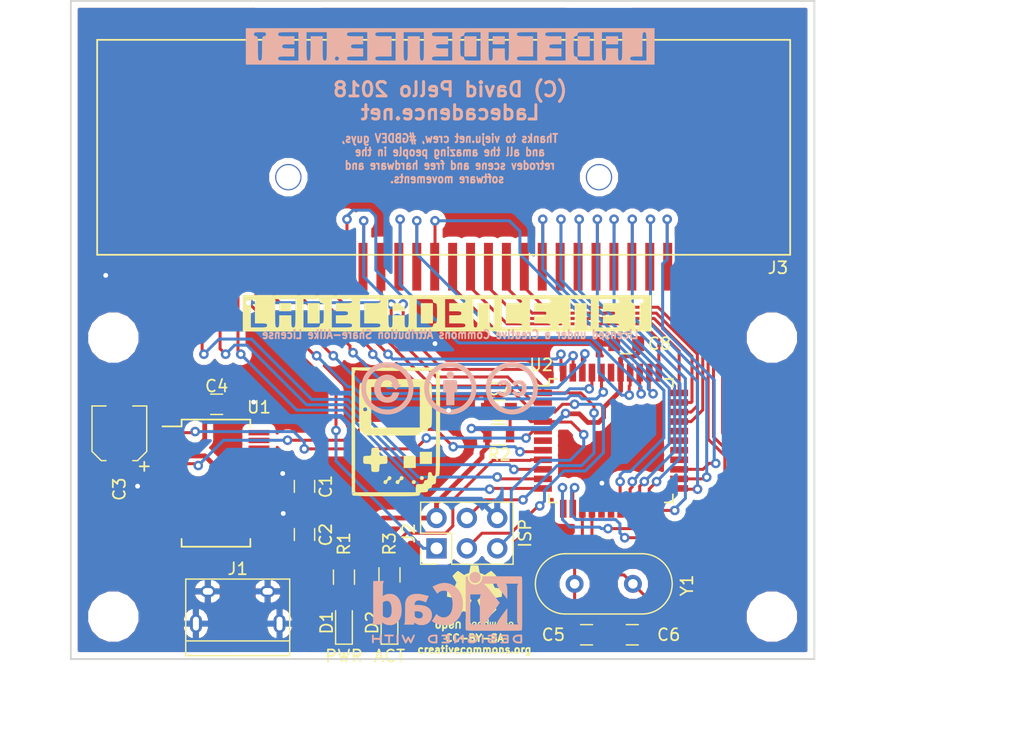
<source format=kicad_pcb>
(kicad_pcb (version 20171130) (host pcbnew 5.0.0)
  (layers (0 F.Cu signal) (31 B.Cu signal) (34 B.Paste user) (35 F.Paste user) (36 B.SilkS user) (37 F.SilkS user) (38 B.Mask user) (39 F.Mask user) (44 Edge.Cuts user))
  (net 0 "")
  (net 1 GND)
  (net 2 RST)
  (net 3 +5V)
  (net 4 "Net-(D1-Pad2)")
  (net 5 "Net-(D2-Pad2)")
  (net 6 "Net-(J1-Pad4)")
  (net 7 D+)
  (net 8 D-)
  (net 9 A5)
  (net 10 A7)
  (net 11 A6)
  (net 12 A9)
  (net 13 "Net-(J3-Pad2)")
  (net 14 ~WE)
  (net 15 ~OE)
  (net 16 ~CE)
  (net 17 A0)
  (net 18 A1)
  (net 19 A2)
  (net 20 A3)
  (net 21 A4)
  (net 22 A8)
  (net 23 A10)
  (net 24 A11)
  (net 25 A12)
  (net 26 A13)
  (net 27 A14)
  (net 28 A15)
  (net 29 D0)
  (net 30 D1)
  (net 31 D2)
  (net 32 D3)
  (net 33 D4)
  (net 34 D5)
  (net 35 D6)
  (net 36 D7)
  (net 37 ~CRST)
  (net 38 AUX)
  (net 39 "Net-(R3-Pad1)")
  (net 40 TXD)
  (net 41 RXD)
  (net 42 "Net-(U1-Pad9)")
  (net 43 "Net-(U1-Pad10)")
  (net 44 "Net-(U1-Pad11)")
  (net 45 "Net-(U1-Pad12)")
  (net 46 "Net-(U1-Pad13)")
  (net 47 "Net-(U1-Pad14)")
  (net 48 "Net-(U2-Pad29)")
  (net 49 "Net-(U2-Pad27)")
  (net 50 "Net-(U2-Pad26)")
  (net 51 "Net-(C1-Pad1)")
  (net 52 "Net-(C2-Pad1)")
  (net 53 "Net-(C5-Pad2)")
  (net 54 "Net-(C6-Pad2)")
  (net 55 "Net-(U1-Pad2)")
  (net 56 "Net-(U1-Pad3)")
  (net 57 "Net-(U1-Pad6)")
  (net 58 "Net-(U1-Pad8)")
  (net 59 "Net-(U1-Pad22)")
  (net 60 "Net-(U1-Pad23)")
  (net 61 "Net-(U1-Pad24)")
  (net 62 "Net-(U1-Pad26)")
  (net 63 "Net-(U1-Pad27)")
  (net 64 "Net-(U1-Pad28)")
  (module ladecadence:GB-Cart-NDS-Aliexpress (layer F.Cu) (at 140.424 89.032)
    (fp_text reference J3 (at 27.978 -1.91) (layer F.SilkS))
    (fp_text value GB-CART)
    (pad "" np_thru_hole circle (at 13 -9.5) (size 2.2 2.2) (drill 2) (layers *.Cu *.Mask))
    (pad "" np_thru_hole circle (at -13 -9.5) (size 2.2 2.2) (drill 2) (layers *.Cu *.Mask))
    (pad 32 smd rect (at 13 -21.5) (size 5 3) (layers F.Cu F.Paste F.Mask) (net 1 GND))
    (pad 32 smd rect (at -13 -21.5) (size 5 3) (layers F.Cu F.Paste F.Mask) (net 1 GND))
    (pad 32 smd rect (at 23.25 -2) (size 0.75 4) (layers F.Cu F.Paste F.Mask) (net 1 GND))
    (pad 31 smd rect (at 21.75 -2) (size 0.75 4) (layers F.Cu F.Paste F.Mask) (net 38 AUX))
    (pad 30 smd rect (at 20.25 -2) (size 0.75 4) (layers F.Cu F.Paste F.Mask) (net 37 ~CRST))
    (pad 29 smd rect (at 18.75 -2) (size 0.75 4) (layers F.Cu F.Paste F.Mask) (net 36 D7))
    (pad 28 smd rect (at 17.25 -2) (size 0.75 4) (layers F.Cu F.Paste F.Mask) (net 35 D6))
    (pad 27 smd rect (at 15.75 -2) (size 0.75 4) (layers F.Cu F.Paste F.Mask) (net 34 D5))
    (pad 26 smd rect (at 14.25 -2) (size 0.75 4) (layers F.Cu F.Paste F.Mask) (net 33 D4))
    (pad 25 smd rect (at 12.75 -2) (size 0.75 4) (layers F.Cu F.Paste F.Mask) (net 32 D3))
    (pad 24 smd rect (at 11.25 -2) (size 0.75 4) (layers F.Cu F.Paste F.Mask) (net 31 D2))
    (pad 23 smd rect (at 9.75 -2) (size 0.75 4) (layers F.Cu F.Paste F.Mask) (net 30 D1))
    (pad 22 smd rect (at 8.25 -2) (size 0.75 4) (layers F.Cu F.Paste F.Mask) (net 29 D0))
    (pad 21 smd rect (at 6.75 -2) (size 0.75 4) (layers F.Cu F.Paste F.Mask) (net 28 A15))
    (pad 20 smd rect (at 5.25 -2) (size 0.75 4) (layers F.Cu F.Paste F.Mask) (net 27 A14))
    (pad 19 smd rect (at 3.75 -2) (size 0.75 4) (layers F.Cu F.Paste F.Mask) (net 26 A13))
    (pad 18 smd rect (at 2.25 -2) (size 0.75 4) (layers F.Cu F.Paste F.Mask) (net 25 A12))
    (pad 17 smd rect (at 0.75 -2) (size 0.75 4) (layers F.Cu F.Paste F.Mask) (net 24 A11))
    (pad 16 smd rect (at -0.75 -2) (size 0.75 4) (layers F.Cu F.Paste F.Mask) (net 23 A10))
    (pad 15 smd rect (at -2.25 -2) (size 0.75 4) (layers F.Cu F.Paste F.Mask) (net 12 A9))
    (pad 14 smd rect (at -3.75 -2) (size 0.75 4) (layers F.Cu F.Paste F.Mask) (net 22 A8))
    (pad 13 smd rect (at -5.25 -2) (size 0.75 4) (layers F.Cu F.Paste F.Mask) (net 10 A7))
    (pad 12 smd rect (at -6.75 -2) (size 0.75 4) (layers F.Cu F.Paste F.Mask) (net 11 A6))
    (pad 11 smd rect (at -8.25 -2) (size 0.75 4) (layers F.Cu F.Paste F.Mask) (net 9 A5))
    (pad 10 smd rect (at -9.75 -2) (size 0.75 4) (layers F.Cu F.Paste F.Mask) (net 21 A4))
    (pad 9 smd rect (at -11.25 -2) (size 0.75 4) (layers F.Cu F.Paste F.Mask) (net 20 A3))
    (pad 8 smd rect (at -12.75 -2) (size 0.75 4) (layers F.Cu F.Paste F.Mask) (net 19 A2))
    (pad 7 smd rect (at -14.25 -2) (size 0.75 4) (layers F.Cu F.Paste F.Mask) (net 18 A1))
    (pad 6 smd rect (at -15.75 -2) (size 0.75 4) (layers F.Cu F.Paste F.Mask) (net 17 A0))
    (pad 5 smd rect (at -17.25 -2) (size 0.75 4) (layers F.Cu F.Paste F.Mask) (net 16 ~CE))
    (pad 4 smd rect (at -18.75 -2) (size 0.75 4) (layers F.Cu F.Paste F.Mask) (net 15 ~OE))
    (pad 3 smd rect (at -20.25 -2) (size 0.75 4) (layers F.Cu F.Paste F.Mask) (net 14 ~WE))
    (pad 2 smd rect (at -21.75 -2) (size 0.75 4) (layers F.Cu F.Paste F.Mask) (net 13 "Net-(J3-Pad2)"))
    (pad 1 smd rect (at -23.25 -2) (size 0.75 4) (layers F.Cu F.Paste F.Mask) (net 3 +5V))
  )
  (module Pin_Headers:Pin_Header_Straight_2x03_Pitch2.54mm (layer F.Cu) (at 139.827 110.617 90)
    (fp_text reference J2 (at 1.27 -2.33 90) (layer F.SilkS))
    (fp_text value ISP (at 1.27 7.41 90) (layer F.SilkS))
    (pad 6 thru_hole oval (at 2.54 5.08 90) (size 1.7 1.7) (drill 1) (layers *.Cu *.Mask) (net 1 GND))
    (pad 5 thru_hole oval (at 0 5.08 90) (size 1.7 1.7) (drill 1) (layers *.Cu *.Mask) (net 2 RST))
    (pad 4 thru_hole oval (at 2.54 2.54 90) (size 1.7 1.7) (drill 1) (layers *.Cu *.Mask) (net 9 A5))
    (pad 3 thru_hole oval (at 0 2.54 90) (size 1.7 1.7) (drill 1) (layers *.Cu *.Mask) (net 10 A7))
    (pad 2 thru_hole oval (at 2.54 0 90) (size 1.7 1.7) (drill 1) (layers *.Cu *.Mask) (net 3 +5V))
    (pad 1 thru_hole rect (at 0 0 90) (size 1.7 1.7) (drill 1) (layers *.Cu *.Mask) (net 11 A6))
  )
  (module Connectors:USB_Micro-B (layer F.Cu) (at 123.19 115.57)
    (fp_text reference J1 (at 0 -3.24) (layer F.SilkS))
    (fp_text value USB_OTG)
    (pad 6 thru_hole oval (at 3.5 1.35 90) (size 1.55 1) (drill oval 1.15 0.5) (layers *.Cu *.Mask) (net 1 GND))
    (pad 6 thru_hole oval (at -3.5 1.35 90) (size 1.55 1) (drill oval 1.15 0.5) (layers *.Cu *.Mask) (net 1 GND))
    (pad 6 thru_hole oval (at 2.5 -1.35 90) (size 0.95 1.25) (drill oval 0.55 0.85) (layers *.Cu *.Mask) (net 1 GND))
    (pad 6 thru_hole oval (at -2.5 -1.35 90) (size 0.95 1.25) (drill oval 0.55 0.85) (layers *.Cu *.Mask) (net 1 GND))
    (pad 5 smd rect (at 1.3 -1.35 90) (size 1.35 0.4) (layers F.Cu F.Paste F.Mask) (net 1 GND))
    (pad 4 smd rect (at 0.65 -1.35 90) (size 1.35 0.4) (layers F.Cu F.Paste F.Mask) (net 6 "Net-(J1-Pad4)"))
    (pad 3 smd rect (at 0 -1.35 90) (size 1.35 0.4) (layers F.Cu F.Paste F.Mask) (net 7 D+))
    (pad 2 smd rect (at -0.65 -1.35 90) (size 1.35 0.4) (layers F.Cu F.Paste F.Mask) (net 8 D-))
    (pad 1 smd rect (at -1.3 -1.35 90) (size 1.35 0.4) (layers F.Cu F.Paste F.Mask) (net 3 +5V))
  )
  (module Crystals:Crystal_HC49-4H_Vertical (layer F.Cu) (at 151.384 113.592)
    (fp_text reference Y1 (at 9.398 0.127 90) (layer F.SilkS))
    (fp_text value 3.6864MHz)
    (pad 2 thru_hole circle (at 4.88 0) (size 1.5 1.5) (drill 0.8) (layers *.Cu *.Mask) (net 54 "Net-(C6-Pad2)"))
    (pad 1 thru_hole circle (at 0 0) (size 1.5 1.5) (drill 0.8) (layers *.Cu *.Mask) (net 53 "Net-(C5-Pad2)"))
  )
  (module Capacitors_SMD:C_0805 (layer F.Cu) (at 128.778 105.426 270)
    (fp_text reference C1 (at 0.016 -1.778 270) (layer F.SilkS))
    (fp_text value 100n)
    (pad 2 smd rect (at 1 0 270) (size 1 1.25) (layers F.Cu F.Paste F.Mask) (net 1 GND))
    (pad 1 smd rect (at -1 0 270) (size 1 1.25) (layers F.Cu F.Paste F.Mask) (net 51 "Net-(C1-Pad1)"))
  )
  (module Capacitors_SMD:C_0805 (layer F.Cu) (at 121.428 98.552)
    (fp_text reference C4 (at 0 -1.524) (layer F.SilkS))
    (fp_text value 100n)
    (pad 2 smd rect (at 1 0) (size 1 1.25) (layers F.Cu F.Paste F.Mask) (net 1 GND))
    (pad 1 smd rect (at -1 0) (size 1 1.25) (layers F.Cu F.Paste F.Mask) (net 3 +5V))
  )
  (module Capacitors_SMD:C_0805 (layer F.Cu) (at 152.384 117.856 180)
    (fp_text reference C5 (at 2.778 0 180) (layer F.SilkS))
    (fp_text value 22p)
    (pad 1 smd rect (at -1 0 180) (size 1 1.25) (layers F.Cu F.Paste F.Mask) (net 1 GND))
    (pad 2 smd rect (at 1 0 180) (size 1 1.25) (layers F.Cu F.Paste F.Mask) (net 53 "Net-(C5-Pad2)"))
  )
  (module Capacitors_SMD:C_0805 (layer F.Cu) (at 156.21 117.856)
    (fp_text reference C6 (at 3.048 0) (layer F.SilkS))
    (fp_text value 22p)
    (pad 2 smd rect (at 1 0) (size 1 1.25) (layers F.Cu F.Paste F.Mask) (net 54 "Net-(C6-Pad2)"))
    (pad 1 smd rect (at -1 0) (size 1 1.25) (layers F.Cu F.Paste F.Mask) (net 1 GND))
  )
  (module Capacitors_SMD:C_0805 (layer F.Cu) (at 145.05 99.06 180)
    (fp_text reference C7 (at 0.016 1.778 180) (layer F.SilkS))
    (fp_text value 100n)
    (pad 2 smd rect (at 1 0 180) (size 1 1.25) (layers F.Cu F.Paste F.Mask) (net 1 GND))
    (pad 1 smd rect (at -1 0 180) (size 1 1.25) (layers F.Cu F.Paste F.Mask) (net 2 RST))
  )
  (module Capacitors_SMD:C_0805 (layer F.Cu) (at 155.702 93.472 180)
    (fp_text reference C8 (at -2.794 0 180) (layer F.SilkS))
    (fp_text value 100n)
    (pad 1 smd rect (at -1 0 180) (size 1 1.25) (layers F.Cu F.Paste F.Mask) (net 3 +5V))
    (pad 2 smd rect (at 1 0 180) (size 1 1.25) (layers F.Cu F.Paste F.Mask) (net 1 GND))
  )
  (module LEDs:LED_0805 (layer F.Cu) (at 132.08 116.84 90)
    (fp_text reference D1 (at 0 -1.45 90) (layer F.SilkS))
    (fp_text value PWR (at -2.794 0 180) (layer F.SilkS))
    (pad 1 smd rect (at -1.1 0 270) (size 1.2 1.2) (layers F.Cu F.Paste F.Mask) (net 1 GND))
    (pad 2 smd rect (at 1.1 0 270) (size 1.2 1.2) (layers F.Cu F.Paste F.Mask) (net 4 "Net-(D1-Pad2)"))
  )
  (module LEDs:LED_0805 (layer F.Cu) (at 135.89 116.84 90)
    (fp_text reference D2 (at 0 -1.45 90) (layer F.SilkS))
    (fp_text value ACT (at -2.794 0 180) (layer F.SilkS))
    (pad 2 smd rect (at 1.1 0 270) (size 1.2 1.2) (layers F.Cu F.Paste F.Mask) (net 5 "Net-(D2-Pad2)"))
    (pad 1 smd rect (at -1.1 0 270) (size 1.2 1.2) (layers F.Cu F.Paste F.Mask) (net 1 GND))
  )
  (module Resistors_SMD:R_0805 (layer F.Cu) (at 132.08 113.03 270)
    (fp_text reference R1 (at -2.794 0 270) (layer F.SilkS))
    (fp_text value 220)
    (pad 1 smd rect (at -0.95 0 270) (size 0.7 1.3) (layers F.Cu F.Paste F.Mask) (net 3 +5V))
    (pad 2 smd rect (at 0.95 0 270) (size 0.7 1.3) (layers F.Cu F.Paste F.Mask) (net 4 "Net-(D1-Pad2)"))
  )
  (module Resistors_SMD:R_0805 (layer F.Cu) (at 145.034 101.092)
    (fp_text reference R2 (at 0.0508 1.6764) (layer F.SilkS))
    (fp_text value 10K)
    (pad 2 smd rect (at 0.95 0) (size 0.7 1.3) (layers F.Cu F.Paste F.Mask) (net 2 RST))
    (pad 1 smd rect (at -0.95 0) (size 0.7 1.3) (layers F.Cu F.Paste F.Mask) (net 3 +5V))
  )
  (module Resistors_SMD:R_0805 (layer F.Cu) (at 135.89 112.842 270)
    (fp_text reference R3 (at -2.606 0 270) (layer F.SilkS))
    (fp_text value 220)
    (pad 2 smd rect (at 0.95 0 270) (size 0.7 1.3) (layers F.Cu F.Paste F.Mask) (net 5 "Net-(D2-Pad2)"))
    (pad 1 smd rect (at -0.95 0 270) (size 0.7 1.3) (layers F.Cu F.Paste F.Mask) (net 39 "Net-(R3-Pad1)"))
  )
  (module Housings_QFP:TQFP-44_10x10mm_Pitch0.8mm (layer F.Cu) (at 154.432 101.6)
    (fp_text reference U2 (at -5.842 -6.35) (layer F.SilkS))
    (fp_text value ATMEGA8515-16AU)
    (pad 44 smd rect (at -4 -5.7 90) (size 1.5 0.55) (layers F.Cu F.Paste F.Mask) (net 21 A4))
    (pad 43 smd rect (at -3.2 -5.7 90) (size 1.5 0.55) (layers F.Cu F.Paste F.Mask) (net 20 A3))
    (pad 42 smd rect (at -2.4 -5.7 90) (size 1.5 0.55) (layers F.Cu F.Paste F.Mask) (net 19 A2))
    (pad 41 smd rect (at -1.6 -5.7 90) (size 1.5 0.55) (layers F.Cu F.Paste F.Mask) (net 18 A1))
    (pad 40 smd rect (at -0.8 -5.7 90) (size 1.5 0.55) (layers F.Cu F.Paste F.Mask) (net 17 A0))
    (pad 39 smd rect (at 0 -5.7 90) (size 1.5 0.55) (layers F.Cu F.Paste F.Mask))
    (pad 38 smd rect (at 0.8 -5.7 90) (size 1.5 0.55) (layers F.Cu F.Paste F.Mask) (net 3 +5V))
    (pad 37 smd rect (at 1.6 -5.7 90) (size 1.5 0.55) (layers F.Cu F.Paste F.Mask) (net 22 A8))
    (pad 36 smd rect (at 2.4 -5.7 90) (size 1.5 0.55) (layers F.Cu F.Paste F.Mask) (net 12 A9))
    (pad 35 smd rect (at 3.2 -5.7 90) (size 1.5 0.55) (layers F.Cu F.Paste F.Mask) (net 23 A10))
    (pad 34 smd rect (at 4 -5.7 90) (size 1.5 0.55) (layers F.Cu F.Paste F.Mask) (net 24 A11))
    (pad 33 smd rect (at 5.7 -4) (size 1.5 0.55) (layers F.Cu F.Paste F.Mask) (net 25 A12))
    (pad 32 smd rect (at 5.7 -3.2) (size 1.5 0.55) (layers F.Cu F.Paste F.Mask) (net 26 A13))
    (pad 31 smd rect (at 5.7 -2.4) (size 1.5 0.55) (layers F.Cu F.Paste F.Mask) (net 27 A14))
    (pad 30 smd rect (at 5.7 -1.6) (size 1.5 0.55) (layers F.Cu F.Paste F.Mask) (net 28 A15))
    (pad 29 smd rect (at 5.7 -0.8) (size 1.5 0.55) (layers F.Cu F.Paste F.Mask) (net 48 "Net-(U2-Pad29)"))
    (pad 28 smd rect (at 5.7 0) (size 1.5 0.55) (layers F.Cu F.Paste F.Mask))
    (pad 27 smd rect (at 5.7 0.8) (size 1.5 0.55) (layers F.Cu F.Paste F.Mask) (net 49 "Net-(U2-Pad27)"))
    (pad 26 smd rect (at 5.7 1.6) (size 1.5 0.55) (layers F.Cu F.Paste F.Mask) (net 50 "Net-(U2-Pad26)"))
    (pad 25 smd rect (at 5.7 2.4) (size 1.5 0.55) (layers F.Cu F.Paste F.Mask) (net 36 D7))
    (pad 24 smd rect (at 5.7 3.2) (size 1.5 0.55) (layers F.Cu F.Paste F.Mask) (net 35 D6))
    (pad 23 smd rect (at 5.7 4) (size 1.5 0.55) (layers F.Cu F.Paste F.Mask) (net 34 D5))
    (pad 22 smd rect (at 4 5.7 90) (size 1.5 0.55) (layers F.Cu F.Paste F.Mask) (net 33 D4))
    (pad 21 smd rect (at 3.2 5.7 90) (size 1.5 0.55) (layers F.Cu F.Paste F.Mask) (net 32 D3))
    (pad 20 smd rect (at 2.4 5.7 90) (size 1.5 0.55) (layers F.Cu F.Paste F.Mask) (net 31 D2))
    (pad 19 smd rect (at 1.6 5.7 90) (size 1.5 0.55) (layers F.Cu F.Paste F.Mask) (net 30 D1))
    (pad 18 smd rect (at 0.8 5.7 90) (size 1.5 0.55) (layers F.Cu F.Paste F.Mask) (net 29 D0))
    (pad 17 smd rect (at 0 5.7 90) (size 1.5 0.55) (layers F.Cu F.Paste F.Mask))
    (pad 16 smd rect (at -0.8 5.7 90) (size 1.5 0.55) (layers F.Cu F.Paste F.Mask) (net 1 GND))
    (pad 15 smd rect (at -1.6 5.7 90) (size 1.5 0.55) (layers F.Cu F.Paste F.Mask) (net 54 "Net-(C6-Pad2)"))
    (pad 14 smd rect (at -2.4 5.7 90) (size 1.5 0.55) (layers F.Cu F.Paste F.Mask) (net 53 "Net-(C5-Pad2)"))
    (pad 13 smd rect (at -3.2 5.7 90) (size 1.5 0.55) (layers F.Cu F.Paste F.Mask) (net 38 AUX))
    (pad 12 smd rect (at -4 5.7 90) (size 1.5 0.55) (layers F.Cu F.Paste F.Mask) (net 37 ~CRST))
    (pad 11 smd rect (at -5.7 4) (size 1.5 0.55) (layers F.Cu F.Paste F.Mask) (net 16 ~CE))
    (pad 10 smd rect (at -5.7 3.2) (size 1.5 0.55) (layers F.Cu F.Paste F.Mask) (net 15 ~OE))
    (pad 9 smd rect (at -5.7 2.4) (size 1.5 0.55) (layers F.Cu F.Paste F.Mask) (net 14 ~WE))
    (pad 8 smd rect (at -5.7 1.6) (size 1.5 0.55) (layers F.Cu F.Paste F.Mask) (net 39 "Net-(R3-Pad1)"))
    (pad 7 smd rect (at -5.7 0.8) (size 1.5 0.55) (layers F.Cu F.Paste F.Mask) (net 41 RXD))
    (pad 6 smd rect (at -5.7 0) (size 1.5 0.55) (layers F.Cu F.Paste F.Mask))
    (pad 5 smd rect (at -5.7 -0.8) (size 1.5 0.55) (layers F.Cu F.Paste F.Mask) (net 40 TXD))
    (pad 4 smd rect (at -5.7 -1.6) (size 1.5 0.55) (layers F.Cu F.Paste F.Mask) (net 2 RST))
    (pad 3 smd rect (at -5.7 -2.4) (size 1.5 0.55) (layers F.Cu F.Paste F.Mask) (net 10 A7))
    (pad 2 smd rect (at -5.7 -3.2) (size 1.5 0.55) (layers F.Cu F.Paste F.Mask) (net 11 A6))
    (pad 1 smd rect (at -5.7 -4) (size 1.5 0.55) (layers F.Cu F.Paste F.Mask) (net 9 A5))
  )
  (module Capacitors_SMD:C_0805 (layer F.Cu) (at 128.778 109.458 90)
    (fp_text reference C2 (at -0.016 1.778 90) (layer F.SilkS))
    (fp_text value 100n)
    (pad 1 smd rect (at -1 0 90) (size 1 1.25) (layers F.Cu F.Paste F.Mask) (net 52 "Net-(C2-Pad1)"))
    (pad 2 smd rect (at 1 0 90) (size 1 1.25) (layers F.Cu F.Paste F.Mask) (net 1 GND))
  )
  (module Capacitors_SMD:CP_Elec_4x5.3 (layer F.Cu) (at 113.284 100.981 90)
    (fp_text reference C3 (at -4.683 0 90) (layer F.SilkS))
    (fp_text value 4,7u)
    (fp_text user + (at -2.77 2.01 90) (layer F.SilkS))
    (pad 1 smd rect (at -1.8 0 270) (size 2.6 1.6) (layers F.Cu F.Paste F.Mask) (net 3 +5V))
    (pad 2 smd rect (at 1.8 0 270) (size 2.6 1.6) (layers F.Cu F.Paste F.Mask) (net 1 GND))
  )
  (module Housings_SSOP:SSOP-28_5.3x10.2mm_Pitch0.65mm (layer F.Cu) (at 121.368 105.156)
    (fp_text reference U1 (at 3.6 -6.35) (layer F.SilkS))
    (fp_text value FT232R)
    (pad 1 smd rect (at -3.6 -4.225) (size 1.75 0.45) (layers F.Cu F.Paste F.Mask) (net 40 TXD))
    (pad 2 smd rect (at -3.6 -3.575) (size 1.75 0.45) (layers F.Cu F.Paste F.Mask) (net 55 "Net-(U1-Pad2)"))
    (pad 3 smd rect (at -3.6 -2.925) (size 1.75 0.45) (layers F.Cu F.Paste F.Mask) (net 56 "Net-(U1-Pad3)"))
    (pad 4 smd rect (at -3.6 -2.275) (size 1.75 0.45) (layers F.Cu F.Paste F.Mask) (net 3 +5V))
    (pad 5 smd rect (at -3.6 -1.625) (size 1.75 0.45) (layers F.Cu F.Paste F.Mask) (net 41 RXD))
    (pad 6 smd rect (at -3.6 -0.975) (size 1.75 0.45) (layers F.Cu F.Paste F.Mask) (net 57 "Net-(U1-Pad6)"))
    (pad 7 smd rect (at -3.6 -0.325) (size 1.75 0.45) (layers F.Cu F.Paste F.Mask) (net 1 GND))
    (pad 8 smd rect (at -3.6 0.325) (size 1.75 0.45) (layers F.Cu F.Paste F.Mask) (net 58 "Net-(U1-Pad8)"))
    (pad 9 smd rect (at -3.6 0.975) (size 1.75 0.45) (layers F.Cu F.Paste F.Mask) (net 42 "Net-(U1-Pad9)"))
    (pad 10 smd rect (at -3.6 1.625) (size 1.75 0.45) (layers F.Cu F.Paste F.Mask) (net 43 "Net-(U1-Pad10)"))
    (pad 11 smd rect (at -3.6 2.275) (size 1.75 0.45) (layers F.Cu F.Paste F.Mask) (net 44 "Net-(U1-Pad11)"))
    (pad 12 smd rect (at -3.6 2.925) (size 1.75 0.45) (layers F.Cu F.Paste F.Mask) (net 45 "Net-(U1-Pad12)"))
    (pad 13 smd rect (at -3.6 3.575) (size 1.75 0.45) (layers F.Cu F.Paste F.Mask) (net 46 "Net-(U1-Pad13)"))
    (pad 14 smd rect (at -3.6 4.225) (size 1.75 0.45) (layers F.Cu F.Paste F.Mask) (net 47 "Net-(U1-Pad14)"))
    (pad 15 smd rect (at 3.6 4.225) (size 1.75 0.45) (layers F.Cu F.Paste F.Mask) (net 7 D+))
    (pad 16 smd rect (at 3.6 3.575) (size 1.75 0.45) (layers F.Cu F.Paste F.Mask) (net 8 D-))
    (pad 17 smd rect (at 3.6 2.925) (size 1.75 0.45) (layers F.Cu F.Paste F.Mask) (net 52 "Net-(C2-Pad1)"))
    (pad 18 smd rect (at 3.6 2.275) (size 1.75 0.45) (layers F.Cu F.Paste F.Mask) (net 1 GND))
    (pad 19 smd rect (at 3.6 1.625) (size 1.75 0.45) (layers F.Cu F.Paste F.Mask) (net 51 "Net-(C1-Pad1)"))
    (pad 20 smd rect (at 3.6 0.975) (size 1.75 0.45) (layers F.Cu F.Paste F.Mask) (net 3 +5V))
    (pad 21 smd rect (at 3.6 0.325) (size 1.75 0.45) (layers F.Cu F.Paste F.Mask) (net 1 GND))
    (pad 22 smd rect (at 3.6 -0.325) (size 1.75 0.45) (layers F.Cu F.Paste F.Mask) (net 59 "Net-(U1-Pad22)"))
    (pad 23 smd rect (at 3.6 -0.975) (size 1.75 0.45) (layers F.Cu F.Paste F.Mask) (net 60 "Net-(U1-Pad23)"))
    (pad 24 smd rect (at 3.6 -1.625) (size 1.75 0.45) (layers F.Cu F.Paste F.Mask) (net 61 "Net-(U1-Pad24)"))
    (pad 25 smd rect (at 3.6 -2.275) (size 1.75 0.45) (layers F.Cu F.Paste F.Mask) (net 1 GND))
    (pad 26 smd rect (at 3.6 -2.925) (size 1.75 0.45) (layers F.Cu F.Paste F.Mask) (net 62 "Net-(U1-Pad26)"))
    (pad 27 smd rect (at 3.6 -3.575) (size 1.75 0.45) (layers F.Cu F.Paste F.Mask) (net 63 "Net-(U1-Pad27)"))
    (pad 28 smd rect (at 3.6 -4.225) (size 1.75 0.45) (layers F.Cu F.Paste F.Mask) (net 64 "Net-(U1-Pad28)"))
  )
  (module Mounting_Holes:MountingHole_3.2mm_M3 (layer F.Cu) (at 112.776 116.332)
    (fp_text reference REF** hide)
    (fp_text value MountingHole_3.2mm_M3)
    (pad 1 np_thru_hole circle (at 0 0) (size 3.2 3.2) (drill 3.2) (layers *.Cu *.Mask))
  )
  (module Mounting_Holes:MountingHole_3.2mm_M3 (layer F.Cu) (at 167.894 116.332)
    (fp_text reference REF** hide)
    (fp_text value MountingHole_3.2mm_M3)
    (pad 1 np_thru_hole circle (at 0 0) (size 3.2 3.2) (drill 3.2) (layers *.Cu *.Mask))
  )
  (module Mounting_Holes:MountingHole_3.2mm_M3 (layer F.Cu) (at 112.776 92.964)
    (fp_text reference REF** hide)
    (fp_text value MountingHole_3.2mm_M3)
    (pad 1 np_thru_hole circle (at 0 0) (size 3.2 3.2) (drill 3.2) (layers *.Cu *.Mask))
  )
  (module Mounting_Holes:MountingHole_3.2mm_M3 (layer F.Cu) (at 167.894 92.964)
    (fp_text reference REF** hide)
    (fp_text value MountingHole_3.2mm_M3)
    (pad 1 np_thru_hole circle (at 0 0) (size 3.2 3.2) (drill 3.2) (layers *.Cu *.Mask))
  )
  (module Symbols:OSHW-Logo2_7.3x6mm_SilkScreen (layer F.Cu) (at 143.002 114.808)
    (fp_text reference REF*** hide)
    (fp_text value OSHW-Logo2_7.3x6mm_SilkScreen hide)
  )
  (module ladecadence:LADECADENCE-INV (layer F.Cu) (at 140.716 90.932)
    (fp_text reference "" hide)
    (fp_text value "" hide)
  )
  (module ladecadence:GBLOGO (layer F.Cu) (at 136.398 100.838)
    (fp_text reference "" hide)
    (fp_text value "" hide)
  )
  (module ladecadence:LADECADENCE-INV (layer B.Cu) (at 140.97 68.58 180)
    (fp_text reference "" hide)
    (fp_text value "" hide)
  )
  (module ladecadence:CC-BY-SA-Silk (layer B.Cu) (at 140.97 97.282 180)
    (fp_text reference G*** hide)
    (fp_text value LOGO hide)
  )
  (module Symbols:KiCad-Logo2_6mm_SilkScreen (layer B.Cu) (at 140.716 115.57 180)
    (fp_text reference REF*** hide)
    (fp_text value KiCad-Logo2_6mm_SilkScreen hide)
  )
  (gr_text "Licensed under a Creative Commons Attribution Share-Alike License" (at 140.97 92.71) (layer B.SilkS) (effects (font (size 0.7 0.6)) (justify mirror)))
  (gr_text "Thanks to vieju.net crew, #GBDEV guys, \nand all the amazing people in the \nretrodev scene and free hardware and \nsoftware movements." (at 140.716 77.978) (layer B.SilkS) (effects (font (size 0.7 0.6)) (justify mirror)))
  (gr_text "CC-BY-SA\ncreativecommons.org" (at 143.002 118.618) (layer F.SilkS) (effects (font (size 0.6 0.6))))
  (gr_text "(C) David Pello 2018\nLadecadence.net" (at 140.97 73.152) (layer B.SilkS) (effects (font (size 1.2 1.2) (thickness 0.25)) (justify mirror)))
  (gr_line (start 109.22 119.888) (end 109.22 64.77) (angle 90) (layer Edge.Cuts) (width 0.15))
  (gr_line (start 171.45 119.888) (end 109.22 119.888) (angle 90) (layer Edge.Cuts) (width 0.15))
  (gr_line (start 171.45 64.77) (end 171.45 119.888) (angle 90) (layer Edge.Cuts) (width 0.15))
  (gr_line (start 109.22 64.77) (end 171.45 64.77) (angle 90) (layer Edge.Cuts) (width 0.15))
  (via (at 124.52 98.37) (size 0.8) (drill 0.4) (layers F.Cu B.Cu) (net 1))
  (segment (start 126.503 102.881) (end 126.954847 103.332847) (width 0.4) (layer F.Cu) (net 1))
  (segment (start 126.954847 103.332847) (end 126.954847 104.348847) (width 0.4) (layer F.Cu) (net 1))
  (segment (start 124.968 102.881) (end 126.503 102.881) (width 0.4) (layer F.Cu) (net 1))
  (segment (start 126.735 107.431) (end 127 107.696) (width 0.4) (layer F.Cu) (net 1))
  (via (at 127 107.696) (size 0.8) (drill 0.4) (layers F.Cu B.Cu) (net 1))
  (segment (start 124.968 107.431) (end 126.735 107.431) (width 0.4) (layer F.Cu) (net 1))
  (segment (start 124.968 105.481) (end 126.243001 105.480999) (width 0.4) (layer F.Cu) (net 1))
  (segment (start 126.243001 105.480999) (end 126.243001 105.060693) (width 0.4) (layer F.Cu) (net 1))
  (segment (start 126.243001 105.060693) (end 126.954847 104.348847) (width 0.4) (layer F.Cu) (net 1))
  (via (at 126.954847 104.348847) (size 0.8) (drill 0.4) (layers F.Cu B.Cu) (net 1))
  (segment (start 115.387 104.831) (end 114.808 105.41) (width 0.4) (layer F.Cu) (net 1))
  (via (at 114.808 105.41) (size 0.8) (drill 0.4) (layers F.Cu B.Cu) (net 1))
  (segment (start 117.768 104.831) (end 115.387 104.831) (width 0.4) (layer F.Cu) (net 1))
  (via (at 139.7 93.472) (size 0.8) (drill 0.4) (layers F.Cu B.Cu) (net 1))
  (segment (start 144.272 93.472) (end 139.7 93.472) (width 0.4) (layer F.Cu) (net 1))
  (segment (start 154.702 93.472) (end 144.272 93.472) (width 0.4) (layer F.Cu) (net 1))
  (segment (start 153.632 107.3) (end 153.632 105.194) (width 0.4) (layer F.Cu) (net 1))
  (segment (start 153.632 105.194) (end 153.67 105.156) (width 0.4) (layer F.Cu) (net 1))
  (via (at 153.67 105.156) (size 0.8) (drill 0.4) (layers F.Cu B.Cu) (net 1))
  (segment (start 110.871 109.093) (end 115.998 114.22) (width 0.4) (layer B.Cu) (net 1))
  (segment (start 115.998 114.22) (end 120.69 114.22) (width 0.4) (layer B.Cu) (net 1))
  (segment (start 110.871 98.552) (end 110.871 109.093) (width 0.4) (layer B.Cu) (net 1))
  (segment (start 111.252 98.171) (end 110.871 98.552) (width 0.4) (layer B.Cu) (net 1))
  (segment (start 116.205 98.171) (end 111.252 98.171) (width 0.4) (layer B.Cu) (net 1))
  (segment (start 117.602 99.568) (end 116.205 98.171) (width 0.4) (layer B.Cu) (net 1))
  (segment (start 131.826 99.568) (end 117.602 99.568) (width 0.4) (layer B.Cu) (net 1))
  (segment (start 132.633732 97.617956) (end 131.018956 97.617956) (width 0.4) (layer B.Cu) (net 1))
  (segment (start 124.968 91.567) (end 115.951 91.567) (width 0.4) (layer B.Cu) (net 1))
  (segment (start 115.951 91.567) (end 112.540999 88.156999) (width 0.4) (layer B.Cu) (net 1))
  (segment (start 134.075775 99.06) (end 132.633732 97.617956) (width 0.4) (layer B.Cu) (net 1))
  (segment (start 140.843 99.06) (end 134.075775 99.06) (width 0.4) (layer B.Cu) (net 1))
  (segment (start 112.540999 88.156999) (end 112.141 87.757) (width 0.4) (layer B.Cu) (net 1))
  (segment (start 131.018956 97.617956) (end 124.968 91.567) (width 0.4) (layer B.Cu) (net 1))
  (segment (start 138.811 106.553) (end 131.826 99.568) (width 0.4) (layer B.Cu) (net 1))
  (segment (start 143.383 106.553) (end 138.811 106.553) (width 0.4) (layer B.Cu) (net 1))
  (segment (start 144.907 108.077) (end 143.383 106.553) (width 0.4) (layer B.Cu) (net 1))
  (segment (start 124.49 114.22) (end 125.69 114.22) (width 0.4) (layer F.Cu) (net 1))
  (segment (start 144.907 108.077) (end 144.907 107.823) (width 0.4) (layer F.Cu) (net 1))
  (segment (start 112.141 85.344) (end 111.662 84.865) (width 0.4) (layer F.Cu) (net 1))
  (segment (start 111.662 84.865) (end 111.662 76.796) (width 0.4) (layer F.Cu) (net 1))
  (segment (start 112.141 87.757) (end 112.141 85.344) (width 0.4) (layer F.Cu) (net 1))
  (via (at 112.141 87.757) (size 0.8) (drill 0.4) (layers F.Cu B.Cu) (net 1))
  (segment (start 144.034 99.06) (end 140.843 99.06) (width 0.4) (layer F.Cu) (net 1))
  (via (at 140.843 99.06) (size 0.8) (drill 0.4) (layers F.Cu B.Cu) (net 1))
  (segment (start 153.543 107.211) (end 153.632 107.3) (width 0.4) (layer F.Cu) (net 1))
  (segment (start 145.984 101.092) (end 145.984 99.126) (width 0.25) (layer F.Cu) (net 2))
  (segment (start 145.984 99.126) (end 146.05 99.06) (width 0.25) (layer F.Cu) (net 2))
  (segment (start 146.859001 99.127001) (end 146.859001 99.119001) (width 0.25) (layer F.Cu) (net 2))
  (segment (start 146.859001 99.119001) (end 146.8 99.06) (width 0.25) (layer F.Cu) (net 2))
  (segment (start 146.8 99.06) (end 146.05 99.06) (width 0.25) (layer F.Cu) (net 2))
  (segment (start 148.732 100) (end 147.732 100) (width 0.25) (layer F.Cu) (net 2))
  (segment (start 147.732 100) (end 146.859001 99.127001) (width 0.25) (layer F.Cu) (net 2))
  (segment (start 149.773772 100.041772) (end 149.732 100) (width 0.25) (layer F.Cu) (net 2))
  (segment (start 151.095772 100.041772) (end 149.773772 100.041772) (width 0.25) (layer F.Cu) (net 2))
  (segment (start 152.146 101.092) (end 151.095772 100.041772) (width 0.25) (layer F.Cu) (net 2))
  (segment (start 149.732 100) (end 148.732 100) (width 0.25) (layer F.Cu) (net 2))
  (segment (start 151.014022 103.239978) (end 152.146 102.108) (width 0.25) (layer B.Cu) (net 2))
  (segment (start 152.146 102.108) (end 152.146 101.657685) (width 0.25) (layer B.Cu) (net 2))
  (segment (start 148.601022 103.239978) (end 151.014022 103.239978) (width 0.25) (layer B.Cu) (net 2))
  (segment (start 146.082001 105.758999) (end 148.601022 103.239978) (width 0.25) (layer B.Cu) (net 2))
  (segment (start 146.082001 109.441999) (end 146.082001 105.758999) (width 0.25) (layer B.Cu) (net 2))
  (segment (start 144.907 110.617) (end 146.082001 109.441999) (width 0.25) (layer B.Cu) (net 2))
  (segment (start 152.146 101.657685) (end 152.146 101.092) (width 0.25) (layer B.Cu) (net 2))
  (via (at 152.146 101.092) (size 0.8) (drill 0.4) (layers F.Cu B.Cu) (net 2))
  (segment (start 120.428 98.552) (end 120.428 97.527) (width 0.4) (layer F.Cu) (net 3))
  (segment (start 120.428 97.527) (end 117.212 94.311) (width 0.4) (layer F.Cu) (net 3))
  (segment (start 117.212 94.311) (end 117.212 89.696) (width 0.4) (layer F.Cu) (net 3))
  (segment (start 117.212 89.696) (end 117.212 88.046) (width 0.4) (layer F.Cu) (net 3))
  (segment (start 124.968 106.131) (end 123.693 106.131) (width 0.4) (layer F.Cu) (net 3))
  (segment (start 121.89 113.145) (end 121.89 114.22) (width 0.4) (layer F.Cu) (net 3))
  (segment (start 123.693 106.131) (end 121.89 107.934) (width 0.4) (layer F.Cu) (net 3))
  (segment (start 121.89 107.934) (end 121.89 113.145) (width 0.4) (layer F.Cu) (net 3))
  (segment (start 120.432 102.87) (end 120.421 102.881) (width 0.4) (layer F.Cu) (net 3))
  (segment (start 120.421 102.881) (end 117.768 102.881) (width 0.4) (layer F.Cu) (net 3))
  (segment (start 123.693 106.131) (end 120.432 102.87) (width 0.4) (layer F.Cu) (net 3))
  (segment (start 117.768 102.881) (end 113.384 102.881) (width 0.4) (layer F.Cu) (net 3))
  (segment (start 113.384 102.881) (end 113.284 102.781) (width 0.4) (layer F.Cu) (net 3))
  (segment (start 120.428 98.552) (end 120.428 101.496) (width 0.4) (layer F.Cu) (net 3))
  (segment (start 120.428 101.496) (end 119.043 102.881) (width 0.4) (layer F.Cu) (net 3))
  (segment (start 119.043 102.881) (end 117.768 102.881) (width 0.4) (layer F.Cu) (net 3))
  (segment (start 156.455 94.497) (end 156.702 94.25) (width 0.4) (layer F.Cu) (net 3))
  (segment (start 156.702 94.25) (end 156.702 93.472) (width 0.4) (layer F.Cu) (net 3))
  (segment (start 155.494 94.488) (end 155.503 94.497) (width 0.4) (layer F.Cu) (net 3))
  (segment (start 155.503 94.497) (end 156.455 94.497) (width 0.4) (layer F.Cu) (net 3))
  (segment (start 155.232 95.9) (end 155.232 94.75) (width 0.4) (layer F.Cu) (net 3))
  (segment (start 155.232 94.75) (end 155.494 94.488) (width 0.4) (layer F.Cu) (net 3))
  (segment (start 155.194 95.862) (end 155.232 95.9) (width 0.4) (layer F.Cu) (net 3))
  (segment (start 142.748 100.584) (end 149.36132 100.584) (width 0.4) (layer B.Cu) (net 3))
  (segment (start 150.228551 99.716769) (end 150.62855 99.31677) (width 0.4) (layer B.Cu) (net 3))
  (segment (start 153.808751 99.661012) (end 153.392751 100.077012) (width 0.4) (layer F.Cu) (net 3))
  (segment (start 150.663781 99.352001) (end 150.62855 99.31677) (width 0.4) (layer F.Cu) (net 3))
  (segment (start 151.768001 99.352001) (end 150.663781 99.352001) (width 0.4) (layer F.Cu) (net 3))
  (segment (start 153.392751 100.077012) (end 152.493012 100.077012) (width 0.4) (layer F.Cu) (net 3))
  (segment (start 153.80875 98.835252) (end 153.808751 99.661012) (width 0.4) (layer F.Cu) (net 3))
  (segment (start 155.232 95.9) (end 155.232 97.412002) (width 0.4) (layer F.Cu) (net 3))
  (segment (start 149.36132 100.584) (end 150.228551 99.716769) (width 0.4) (layer B.Cu) (net 3))
  (segment (start 152.493012 100.077012) (end 151.768001 99.352001) (width 0.4) (layer F.Cu) (net 3))
  (segment (start 155.232 97.412002) (end 153.80875 98.835252) (width 0.4) (layer F.Cu) (net 3))
  (via (at 150.62855 99.31677) (size 0.8) (drill 0.4) (layers F.Cu B.Cu) (net 3))
  (segment (start 142.748 100.584) (end 143.576 100.584) (width 0.4) (layer F.Cu) (net 3))
  (segment (start 143.576 100.584) (end 144.084 101.092) (width 0.4) (layer F.Cu) (net 3))
  (via (at 142.748 100.584) (size 0.8) (drill 0.4) (layers F.Cu B.Cu) (net 3))
  (segment (start 132.08 111.33) (end 132.08 112.08) (width 0.4) (layer F.Cu) (net 3))
  (segment (start 135.333 108.077) (end 132.08 111.33) (width 0.4) (layer F.Cu) (net 3))
  (segment (start 139.827 108.077) (end 135.333 108.077) (width 0.4) (layer F.Cu) (net 3))
  (segment (start 143.637 102.997) (end 139.827 106.807) (width 0.4) (layer F.Cu) (net 3))
  (segment (start 139.827 106.807) (end 139.827 108.077) (width 0.4) (layer F.Cu) (net 3))
  (segment (start 143.637 102.589) (end 143.637 102.997) (width 0.4) (layer F.Cu) (net 3))
  (segment (start 144.084 101.092) (end 144.084 102.142) (width 0.4) (layer F.Cu) (net 3))
  (segment (start 144.084 102.142) (end 143.637 102.589) (width 0.4) (layer F.Cu) (net 3))
  (segment (start 129.54 113.03) (end 130.49 112.08) (width 0.4) (layer F.Cu) (net 3))
  (segment (start 130.49 112.08) (end 132.08 112.08) (width 0.4) (layer F.Cu) (net 3))
  (segment (start 129.54 117.602) (end 129.54 113.03) (width 0.4) (layer F.Cu) (net 3))
  (segment (start 128.27 118.872) (end 129.54 117.602) (width 0.4) (layer F.Cu) (net 3))
  (segment (start 123.698 118.872) (end 128.27 118.872) (width 0.4) (layer F.Cu) (net 3))
  (segment (start 121.92 117.094) (end 123.698 118.872) (width 0.4) (layer F.Cu) (net 3))
  (segment (start 121.92 115.325) (end 121.92 117.094) (width 0.4) (layer F.Cu) (net 3))
  (segment (start 121.89 114.22) (end 121.89 115.295) (width 0.4) (layer F.Cu) (net 3))
  (segment (start 121.89 115.295) (end 121.92 115.325) (width 0.4) (layer F.Cu) (net 3))
  (segment (start 132.08 113.98) (end 132.08 115.74) (width 0.25) (layer F.Cu) (net 4))
  (segment (start 135.89 113.792) (end 135.89 115.74) (width 0.25) (layer F.Cu) (net 5))
  (segment (start 124.968 109.381) (end 124.318 109.381) (width 0.25) (layer F.Cu) (net 7))
  (segment (start 123.19 113.295) (end 123.19 114.22) (width 0.25) (layer F.Cu) (net 7))
  (segment (start 124.318 109.381) (end 123.19 110.509) (width 0.25) (layer F.Cu) (net 7))
  (segment (start 123.19 110.509) (end 123.19 113.295) (width 0.25) (layer F.Cu) (net 7))
  (segment (start 122.54 114.22) (end 122.54 110.034) (width 0.25) (layer F.Cu) (net 8))
  (segment (start 122.54 110.034) (end 123.843 108.731) (width 0.25) (layer F.Cu) (net 8))
  (segment (start 123.843 108.731) (end 124.968 108.731) (width 0.25) (layer F.Cu) (net 8))
  (segment (start 132.334 83.058) (end 132.334 86.872) (width 0.25) (layer F.Cu) (net 9))
  (segment (start 132.334 86.872) (end 132.174 87.032) (width 0.25) (layer F.Cu) (net 9))
  (segment (start 132.842 82.296) (end 132.334 82.804) (width 0.25) (layer B.Cu) (net 9))
  (segment (start 132.334 82.804) (end 132.334 83.058) (width 0.25) (layer B.Cu) (net 9))
  (segment (start 137.033 90.17) (end 137.033 89.604315) (width 0.25) (layer B.Cu) (net 9))
  (segment (start 137.033 89.604315) (end 134.747 87.318315) (width 0.25) (layer B.Cu) (net 9))
  (segment (start 134.239 82.296) (end 132.842 82.296) (width 0.25) (layer B.Cu) (net 9))
  (segment (start 134.747 82.804) (end 134.239 82.296) (width 0.25) (layer B.Cu) (net 9))
  (segment (start 134.747 87.318315) (end 134.747 82.804) (width 0.25) (layer B.Cu) (net 9))
  (segment (start 153.008749 98.711325) (end 153.008749 99.27701) (width 0.25) (layer F.Cu) (net 9))
  (segment (start 151.897424 97.6) (end 153.008749 98.711325) (width 0.25) (layer F.Cu) (net 9))
  (segment (start 148.732 97.6) (end 151.897424 97.6) (width 0.25) (layer F.Cu) (net 9))
  (segment (start 147.066 106.553) (end 149.929011 103.689989) (width 0.25) (layer B.Cu) (net 9))
  (via (at 153.008749 99.27701) (size 0.8) (drill 0.4) (layers F.Cu B.Cu) (net 9))
  (segment (start 149.929011 103.689989) (end 151.962422 103.689989) (width 0.25) (layer B.Cu) (net 9))
  (segment (start 153.008749 99.842695) (end 153.008749 99.27701) (width 0.25) (layer B.Cu) (net 9))
  (segment (start 151.962422 103.689989) (end 153.008749 102.643662) (width 0.25) (layer B.Cu) (net 9))
  (segment (start 153.008749 102.643662) (end 153.008749 99.842695) (width 0.25) (layer B.Cu) (net 9))
  (segment (start 146.939 106.553) (end 147.066 106.553) (width 0.25) (layer F.Cu) (net 9))
  (via (at 147.066 106.553) (size 0.8) (drill 0.4) (layers F.Cu B.Cu) (net 9))
  (segment (start 143.891 106.553) (end 146.939 106.553) (width 0.25) (layer F.Cu) (net 9))
  (segment (start 142.367 108.077) (end 143.891 106.553) (width 0.25) (layer F.Cu) (net 9))
  (via (at 132.334 83.058) (size 0.8) (drill 0.4) (layers F.Cu B.Cu) (net 9))
  (via (at 137.033 90.17) (size 0.8) (drill 0.4) (layers F.Cu B.Cu) (net 9))
  (segment (start 137.033 92.329) (end 137.033 90.17) (width 0.25) (layer F.Cu) (net 9))
  (segment (start 140.335 95.631) (end 137.033 92.329) (width 0.25) (layer F.Cu) (net 9))
  (segment (start 147.288 95.631) (end 140.335 95.631) (width 0.25) (layer F.Cu) (net 9))
  (segment (start 148.732 97.6) (end 148.732 97.075) (width 0.25) (layer F.Cu) (net 9))
  (segment (start 148.732 97.075) (end 147.288 95.631) (width 0.25) (layer F.Cu) (net 9))
  (segment (start 150.368 98.552) (end 149.72 99.2) (width 0.25) (layer F.Cu) (net 10))
  (segment (start 149.72 99.2) (end 148.732 99.2) (width 0.25) (layer F.Cu) (net 10))
  (segment (start 151.384 98.552) (end 150.368 98.552) (width 0.25) (layer F.Cu) (net 10))
  (segment (start 153.543 98.552) (end 151.384 98.552) (width 0.25) (layer B.Cu) (net 10))
  (via (at 151.384 98.552) (size 0.8) (drill 0.4) (layers F.Cu B.Cu) (net 10))
  (segment (start 153.797 98.806) (end 153.543 98.552) (width 0.25) (layer B.Cu) (net 10))
  (segment (start 153.797 102.616) (end 153.797 98.806) (width 0.25) (layer B.Cu) (net 10))
  (segment (start 152.273 104.14) (end 153.797 102.616) (width 0.25) (layer B.Cu) (net 10))
  (segment (start 150.495 104.14) (end 152.273 104.14) (width 0.25) (layer B.Cu) (net 10))
  (segment (start 148.862999 105.772001) (end 150.495 104.14) (width 0.25) (layer B.Cu) (net 10))
  (segment (start 148.463 107.061) (end 148.862999 106.661001) (width 0.25) (layer B.Cu) (net 10))
  (segment (start 148.862999 106.661001) (end 148.862999 105.772001) (width 0.25) (layer B.Cu) (net 10))
  (segment (start 146.05 109.347) (end 148.336 107.061) (width 0.25) (layer F.Cu) (net 10))
  (segment (start 148.336 107.061) (end 148.463 107.061) (width 0.25) (layer F.Cu) (net 10))
  (via (at 148.463 107.061) (size 0.8) (drill 0.4) (layers F.Cu B.Cu) (net 10))
  (segment (start 143.637 109.347) (end 146.05 109.347) (width 0.25) (layer F.Cu) (net 10))
  (segment (start 142.367 110.617) (end 143.637 109.347) (width 0.25) (layer F.Cu) (net 10))
  (segment (start 135.212 92.736996) (end 135.212 89.546) (width 0.25) (layer F.Cu) (net 10))
  (segment (start 139.446 97.028) (end 136.488002 94.070002) (width 0.25) (layer F.Cu) (net 10))
  (segment (start 136.488002 94.012998) (end 135.212 92.736996) (width 0.25) (layer F.Cu) (net 10))
  (segment (start 145.749998 97.028) (end 139.446 97.028) (width 0.25) (layer F.Cu) (net 10))
  (segment (start 147.921998 99.2) (end 145.749998 97.028) (width 0.25) (layer F.Cu) (net 10))
  (segment (start 148.732 99.2) (end 147.921998 99.2) (width 0.25) (layer F.Cu) (net 10))
  (segment (start 136.488002 94.070002) (end 136.488002 94.012998) (width 0.25) (layer F.Cu) (net 10))
  (segment (start 135.212 89.546) (end 135.212 88.046) (width 0.25) (layer F.Cu) (net 10))
  (segment (start 133.731 87.868013) (end 133.731 83.185) (width 0.25) (layer B.Cu) (net 11))
  (segment (start 133.731 83.185) (end 133.731 86.975) (width 0.25) (layer F.Cu) (net 11))
  (segment (start 133.731 86.975) (end 133.674 87.032) (width 0.25) (layer F.Cu) (net 11))
  (segment (start 131.414297 103.304297) (end 131.414297 101.314695) (width 0.25) (layer B.Cu) (net 11))
  (segment (start 139.827 110.617) (end 138.727 110.617) (width 0.25) (layer B.Cu) (net 11))
  (segment (start 131.414297 100.183325) (end 131.414297 100.74901) (width 0.25) (layer F.Cu) (net 11))
  (via (at 131.414297 100.74901) (size 0.8) (drill 0.4) (layers F.Cu B.Cu) (net 11))
  (segment (start 124.079 90.043) (end 131.414297 97.378297) (width 0.25) (layer F.Cu) (net 11))
  (segment (start 131.414297 101.314695) (end 131.414297 100.74901) (width 0.25) (layer B.Cu) (net 11))
  (segment (start 138.727 110.617) (end 131.414297 103.304297) (width 0.25) (layer B.Cu) (net 11))
  (segment (start 131.414297 97.378297) (end 131.414297 100.183325) (width 0.25) (layer F.Cu) (net 11))
  (segment (start 135.905987 90.043) (end 136.032987 90.17) (width 0.25) (layer B.Cu) (net 11))
  (segment (start 124.079 90.043) (end 135.905987 90.043) (width 0.25) (layer B.Cu) (net 11))
  (via (at 124.079 90.043) (size 0.8) (drill 0.4) (layers F.Cu B.Cu) (net 11))
  (segment (start 136.032987 92.471987) (end 136.032987 90.735685) (width 0.25) (layer F.Cu) (net 11))
  (segment (start 139.827 96.266) (end 136.032987 92.471987) (width 0.25) (layer F.Cu) (net 11))
  (segment (start 145.787998 96.266) (end 139.827 96.266) (width 0.25) (layer F.Cu) (net 11))
  (segment (start 147.921998 98.4) (end 145.787998 96.266) (width 0.25) (layer F.Cu) (net 11))
  (segment (start 136.032987 90.735685) (end 136.032987 90.17) (width 0.25) (layer F.Cu) (net 11))
  (segment (start 148.732 98.4) (end 147.921998 98.4) (width 0.25) (layer F.Cu) (net 11))
  (segment (start 133.731 87.868013) (end 136.032987 90.17) (width 0.25) (layer B.Cu) (net 11))
  (via (at 136.032987 90.17) (size 0.8) (drill 0.4) (layers F.Cu B.Cu) (net 11))
  (via (at 133.731 83.185) (size 0.8) (drill 0.4) (layers F.Cu B.Cu) (net 11))
  (segment (start 138.176 85.979) (end 138.176 83.185) (width 0.25) (layer B.Cu) (net 12))
  (segment (start 138.176 83.185) (end 138.176 87.03) (width 0.25) (layer F.Cu) (net 12))
  (segment (start 138.176 87.03) (end 138.174 87.032) (width 0.25) (layer F.Cu) (net 12))
  (segment (start 152.802241 92.964) (end 156.950027 97.111786) (width 0.25) (layer B.Cu) (net 12))
  (segment (start 156.832 97.559444) (end 156.950027 97.677471) (width 0.25) (layer F.Cu) (net 12))
  (segment (start 156.832 95.9) (end 156.832 97.559444) (width 0.25) (layer F.Cu) (net 12))
  (segment (start 156.950027 97.111786) (end 156.950027 97.677471) (width 0.25) (layer B.Cu) (net 12))
  (segment (start 138.176 85.979) (end 145.161 92.964) (width 0.25) (layer B.Cu) (net 12))
  (segment (start 145.161 92.964) (end 152.802241 92.964) (width 0.25) (layer B.Cu) (net 12))
  (via (at 156.950027 97.677471) (size 0.8) (drill 0.4) (layers F.Cu B.Cu) (net 12))
  (via (at 138.176 83.185) (size 0.8) (drill 0.4) (layers F.Cu B.Cu) (net 12))
  (segment (start 145.904001 103.613001) (end 137.8863 103.613001) (width 0.25) (layer B.Cu) (net 14))
  (segment (start 121.624839 93.091) (end 120.757859 93.95798) (width 0.25) (layer B.Cu) (net 14))
  (segment (start 124.333 93.091) (end 121.624839 93.091) (width 0.25) (layer B.Cu) (net 14))
  (segment (start 129.384967 98.142967) (end 124.333 93.091) (width 0.25) (layer B.Cu) (net 14))
  (segment (start 146.304 104.013) (end 145.904001 103.613001) (width 0.25) (layer B.Cu) (net 14))
  (segment (start 132.416266 98.142967) (end 129.384967 98.142967) (width 0.25) (layer B.Cu) (net 14))
  (segment (start 137.8863 103.613001) (end 132.416266 98.142967) (width 0.25) (layer B.Cu) (net 14))
  (segment (start 120.757859 93.95798) (end 120.35786 94.357979) (width 0.25) (layer B.Cu) (net 14))
  (segment (start 120.212 94.212119) (end 120.35786 94.357979) (width 0.25) (layer F.Cu) (net 14))
  (segment (start 120.212 88.046) (end 120.212 94.212119) (width 0.25) (layer F.Cu) (net 14))
  (via (at 120.35786 94.357979) (size 0.8) (drill 0.4) (layers F.Cu B.Cu) (net 14))
  (segment (start 146.444 104) (end 146.317 104) (width 0.25) (layer F.Cu) (net 14))
  (segment (start 146.317 104) (end 146.304 104.013) (width 0.25) (layer F.Cu) (net 14))
  (via (at 146.304 104.013) (size 0.8) (drill 0.4) (layers F.Cu B.Cu) (net 14))
  (segment (start 148.732 104) (end 146.444 104) (width 0.25) (layer F.Cu) (net 14))
  (segment (start 138.284886 104.648) (end 132.229866 98.592978) (width 0.25) (layer B.Cu) (net 15))
  (segment (start 132.229866 98.592978) (end 128.945978 98.592978) (width 0.25) (layer B.Cu) (net 15))
  (segment (start 128.945978 98.592978) (end 123.952 93.599) (width 0.25) (layer B.Cu) (net 15))
  (segment (start 122.573999 93.95798) (end 122.174 94.357979) (width 0.25) (layer B.Cu) (net 15))
  (segment (start 123.952 93.599) (end 122.932979 93.599) (width 0.25) (layer B.Cu) (net 15))
  (segment (start 144.907 104.648) (end 138.284886 104.648) (width 0.25) (layer B.Cu) (net 15))
  (segment (start 122.932979 93.599) (end 122.573999 93.95798) (width 0.25) (layer B.Cu) (net 15))
  (via (at 122.174 94.357979) (size 0.8) (drill 0.4) (layers F.Cu B.Cu) (net 15))
  (segment (start 121.712 88.046) (end 121.712 93.895979) (width 0.25) (layer F.Cu) (net 15))
  (segment (start 121.774001 93.95798) (end 122.174 94.357979) (width 0.25) (layer F.Cu) (net 15))
  (segment (start 121.712 93.895979) (end 121.774001 93.95798) (width 0.25) (layer F.Cu) (net 15))
  (segment (start 144.932 104.8) (end 144.907 104.775) (width 0.25) (layer F.Cu) (net 15))
  (segment (start 144.907 104.775) (end 144.907 104.648) (width 0.25) (layer F.Cu) (net 15))
  (via (at 144.907 104.648) (size 0.8) (drill 0.4) (layers F.Cu B.Cu) (net 15))
  (segment (start 148.732 104.8) (end 144.932 104.8) (width 0.25) (layer F.Cu) (net 15))
  (segment (start 123.846349 94.758115) (end 123.44635 94.358116) (width 0.25) (layer B.Cu) (net 16))
  (segment (start 128.131223 99.042989) (end 123.846349 94.758115) (width 0.25) (layer B.Cu) (net 16))
  (segment (start 144.272 105.664) (end 138.664476 105.664) (width 0.25) (layer B.Cu) (net 16))
  (segment (start 138.664476 105.664) (end 132.043466 99.042989) (width 0.25) (layer B.Cu) (net 16))
  (segment (start 132.043466 99.042989) (end 128.131223 99.042989) (width 0.25) (layer B.Cu) (net 16))
  (segment (start 123.212 88.046) (end 123.212 94.123766) (width 0.25) (layer F.Cu) (net 16))
  (via (at 123.44635 94.358116) (size 0.8) (drill 0.4) (layers F.Cu B.Cu) (net 16))
  (segment (start 123.19 94.488) (end 123.316466 94.488) (width 0.25) (layer B.Cu) (net 16))
  (segment (start 123.212 94.123766) (end 123.44635 94.358116) (width 0.25) (layer F.Cu) (net 16))
  (segment (start 123.316466 94.488) (end 123.44635 94.358116) (width 0.25) (layer B.Cu) (net 16))
  (segment (start 144.336 105.6) (end 144.272 105.664) (width 0.25) (layer F.Cu) (net 16))
  (via (at 144.272 105.664) (size 0.8) (drill 0.4) (layers F.Cu B.Cu) (net 16))
  (segment (start 148.732 105.6) (end 144.336 105.6) (width 0.25) (layer F.Cu) (net 16))
  (segment (start 153.215024 98.101989) (end 153.381014 97.935999) (width 0.25) (layer B.Cu) (net 17))
  (segment (start 152.006993 98.101989) (end 153.215024 98.101989) (width 0.25) (layer B.Cu) (net 17))
  (segment (start 132.398945 97.092945) (end 132.851198 97.092945) (width 0.25) (layer B.Cu) (net 17))
  (segment (start 151.732002 97.826998) (end 152.006993 98.101989) (width 0.25) (layer B.Cu) (net 17))
  (segment (start 129.794 94.488) (end 132.398945 97.092945) (width 0.25) (layer B.Cu) (net 17))
  (segment (start 151.035998 97.826998) (end 151.732002 97.826998) (width 0.25) (layer B.Cu) (net 17))
  (segment (start 150.761007 98.101989) (end 151.035998 97.826998) (width 0.25) (layer B.Cu) (net 17))
  (segment (start 132.851198 97.092945) (end 133.86024 98.101989) (width 0.25) (layer B.Cu) (net 17))
  (segment (start 153.381014 97.935999) (end 153.781013 97.536) (width 0.25) (layer B.Cu) (net 17))
  (segment (start 133.86024 98.101989) (end 150.761007 98.101989) (width 0.25) (layer B.Cu) (net 17))
  (segment (start 153.632 97.386987) (end 153.781013 97.536) (width 0.25) (layer F.Cu) (net 17))
  (segment (start 153.632 95.9) (end 153.632 97.386987) (width 0.25) (layer F.Cu) (net 17))
  (via (at 153.781013 97.536) (size 0.8) (drill 0.4) (layers F.Cu B.Cu) (net 17))
  (segment (start 129.54 94.374) (end 129.68 94.374) (width 0.25) (layer F.Cu) (net 17))
  (segment (start 129.68 94.374) (end 129.794 94.488) (width 0.25) (layer F.Cu) (net 17))
  (via (at 129.794 94.488) (size 0.8) (drill 0.4) (layers F.Cu B.Cu) (net 17))
  (segment (start 124.712 88.046) (end 124.712 89.546) (width 0.25) (layer F.Cu) (net 17))
  (segment (start 124.712 89.546) (end 129.54 94.374) (width 0.25) (layer F.Cu) (net 17))
  (segment (start 150.574608 97.651978) (end 150.967203 97.259383) (width 0.25) (layer B.Cu) (net 18))
  (segment (start 152.039515 97.259383) (end 152.6052 97.259383) (width 0.25) (layer B.Cu) (net 18))
  (segment (start 150.967203 97.259383) (end 152.039515 97.259383) (width 0.25) (layer B.Cu) (net 18))
  (segment (start 131.191 94.488) (end 134.354978 97.651978) (width 0.25) (layer B.Cu) (net 18))
  (segment (start 134.354978 97.651978) (end 150.574608 97.651978) (width 0.25) (layer B.Cu) (net 18))
  (segment (start 152.832 95.9) (end 152.832 97.032583) (width 0.25) (layer F.Cu) (net 18))
  (via (at 152.6052 97.259383) (size 0.8) (drill 0.4) (layers F.Cu B.Cu) (net 18))
  (segment (start 152.832 97.032583) (end 152.6052 97.259383) (width 0.25) (layer F.Cu) (net 18))
  (segment (start 131.027 94.361) (end 131.064 94.361) (width 0.25) (layer F.Cu) (net 18))
  (segment (start 131.064 94.361) (end 131.191 94.488) (width 0.25) (layer F.Cu) (net 18))
  (via (at 131.191 94.488) (size 0.8) (drill 0.4) (layers F.Cu B.Cu) (net 18))
  (segment (start 126.212 88.046) (end 126.212 89.546) (width 0.25) (layer F.Cu) (net 18))
  (segment (start 126.212 89.546) (end 131.027 94.361) (width 0.25) (layer F.Cu) (net 18))
  (segment (start 135.77402 97.16602) (end 149.96667 97.16602) (width 0.25) (layer B.Cu) (net 19))
  (segment (start 149.96667 97.16602) (end 152.243406 94.889284) (width 0.25) (layer B.Cu) (net 19))
  (segment (start 132.842 94.234) (end 135.77402 97.16602) (width 0.25) (layer B.Cu) (net 19))
  (segment (start 152.243406 94.889284) (end 152.243406 94.323599) (width 0.25) (layer B.Cu) (net 19))
  (segment (start 152.032 94.535005) (end 152.243406 94.323599) (width 0.25) (layer F.Cu) (net 19))
  (segment (start 152.032 95.9) (end 152.032 94.535005) (width 0.25) (layer F.Cu) (net 19))
  (via (at 152.243406 94.323599) (size 0.8) (drill 0.4) (layers F.Cu B.Cu) (net 19))
  (segment (start 132.588 93.672) (end 132.588 93.98) (width 0.25) (layer F.Cu) (net 19))
  (segment (start 132.588 93.98) (end 132.842 94.234) (width 0.25) (layer F.Cu) (net 19))
  (via (at 132.842 94.234) (size 0.8) (drill 0.4) (layers F.Cu B.Cu) (net 19))
  (segment (start 127.712 88.046) (end 127.712 88.796) (width 0.25) (layer F.Cu) (net 19))
  (segment (start 127.712 88.796) (end 132.588 93.672) (width 0.25) (layer F.Cu) (net 19))
  (segment (start 150.857001 94.887999) (end 151.257 94.488) (width 0.25) (layer B.Cu) (net 20))
  (segment (start 150.53399 95.21101) (end 150.857001 94.887999) (width 0.25) (layer B.Cu) (net 20))
  (segment (start 134.493 94.361) (end 135.34301 95.21101) (width 0.25) (layer B.Cu) (net 20))
  (segment (start 135.34301 95.21101) (end 150.53399 95.21101) (width 0.25) (layer B.Cu) (net 20))
  (segment (start 151.257 94.488) (end 151.257 95.875) (width 0.25) (layer F.Cu) (net 20))
  (segment (start 151.257 95.875) (end 151.232 95.9) (width 0.25) (layer F.Cu) (net 20))
  (via (at 151.257 94.488) (size 0.8) (drill 0.4) (layers F.Cu B.Cu) (net 20))
  (segment (start 134.366 93.95) (end 134.366 94.234) (width 0.25) (layer F.Cu) (net 20))
  (segment (start 134.366 94.234) (end 134.493 94.361) (width 0.25) (layer F.Cu) (net 20))
  (via (at 134.493 94.361) (size 0.8) (drill 0.4) (layers F.Cu B.Cu) (net 20))
  (segment (start 129.212 88.046) (end 129.212 88.796) (width 0.25) (layer F.Cu) (net 20))
  (segment (start 129.212 88.796) (end 134.366 93.95) (width 0.25) (layer F.Cu) (net 20))
  (segment (start 150.241 94.361) (end 150.241 95.709) (width 0.25) (layer F.Cu) (net 21))
  (segment (start 150.241 95.709) (end 150.432 95.9) (width 0.25) (layer F.Cu) (net 21))
  (segment (start 149.841001 94.760999) (end 150.241 94.361) (width 0.25) (layer B.Cu) (net 21))
  (via (at 150.241 94.361) (size 0.8) (drill 0.4) (layers F.Cu B.Cu) (net 21))
  (segment (start 135.763 94.361) (end 136.162999 94.760999) (width 0.25) (layer B.Cu) (net 21))
  (segment (start 136.162999 94.760999) (end 149.841001 94.760999) (width 0.25) (layer B.Cu) (net 21))
  (via (at 135.763 94.361) (size 0.8) (drill 0.4) (layers F.Cu B.Cu) (net 21))
  (segment (start 134.493 93.091) (end 135.763 94.361) (width 0.25) (layer F.Cu) (net 21))
  (segment (start 134.493 92.577) (end 134.493 93.091) (width 0.25) (layer F.Cu) (net 21))
  (segment (start 130.712 88.046) (end 130.712 88.796) (width 0.25) (layer F.Cu) (net 21))
  (segment (start 130.712 88.796) (end 134.493 92.577) (width 0.25) (layer F.Cu) (net 21))
  (segment (start 152.596011 93.414011) (end 141.674011 93.414011) (width 0.25) (layer B.Cu) (net 22))
  (segment (start 153.416 95.885) (end 153.416 94.234) (width 0.25) (layer B.Cu) (net 22))
  (segment (start 153.416 94.234) (end 152.596011 93.414011) (width 0.25) (layer B.Cu) (net 22))
  (segment (start 141.674011 93.414011) (end 136.779 88.519) (width 0.25) (layer B.Cu) (net 22))
  (segment (start 155.956 97.79) (end 155.321 97.79) (width 0.25) (layer B.Cu) (net 22))
  (segment (start 155.321 97.79) (end 153.416 95.885) (width 0.25) (layer B.Cu) (net 22))
  (segment (start 136.779 88.519) (end 136.779 85.852) (width 0.25) (layer B.Cu) (net 22))
  (segment (start 136.779 85.852) (end 136.779 83.058) (width 0.25) (layer B.Cu) (net 22))
  (segment (start 136.779 83.058) (end 136.779 86.927) (width 0.25) (layer F.Cu) (net 22))
  (segment (start 136.779 86.927) (end 136.674 87.032) (width 0.25) (layer F.Cu) (net 22))
  (segment (start 155.956 97.028) (end 156.032 96.952) (width 0.25) (layer F.Cu) (net 22))
  (segment (start 156.032 96.952) (end 156.032 95.9) (width 0.25) (layer F.Cu) (net 22))
  (segment (start 155.956 97.79) (end 155.956 97.028) (width 0.25) (layer F.Cu) (net 22))
  (via (at 155.956 97.79) (size 0.8) (drill 0.4) (layers F.Cu B.Cu) (net 22))
  (via (at 136.779 83.058) (size 0.8) (drill 0.4) (layers F.Cu B.Cu) (net 22))
  (segment (start 146.806358 84.068358) (end 145.923 83.185) (width 0.25) (layer B.Cu) (net 23))
  (segment (start 145.923 83.185) (end 139.7 83.185) (width 0.25) (layer B.Cu) (net 23))
  (segment (start 146.806358 85.979) (end 146.806358 84.068358) (width 0.25) (layer B.Cu) (net 23))
  (via (at 139.7 83.185) (size 0.8) (drill 0.4) (layers F.Cu B.Cu) (net 23))
  (segment (start 139.7 83.185) (end 139.7 87.006) (width 0.25) (layer F.Cu) (net 23))
  (segment (start 139.7 87.006) (end 139.674 87.032) (width 0.25) (layer F.Cu) (net 23))
  (segment (start 157.632 97.349593) (end 157.94999 97.667583) (width 0.25) (layer F.Cu) (net 23))
  (segment (start 157.632 95.9) (end 157.632 97.349593) (width 0.25) (layer F.Cu) (net 23))
  (segment (start 157.549991 97.267584) (end 157.94999 97.667583) (width 0.25) (layer B.Cu) (net 23))
  (segment (start 157.549991 96.722633) (end 157.549991 97.267584) (width 0.25) (layer B.Cu) (net 23))
  (segment (start 146.806358 85.979) (end 157.549991 96.722633) (width 0.25) (layer B.Cu) (net 23))
  (via (at 157.94999 97.667583) (size 0.8) (drill 0.4) (layers F.Cu B.Cu) (net 23))
  (segment (start 141.212 88.046) (end 141.212 88.796) (width 0.25) (layer F.Cu) (net 24))
  (segment (start 141.212 88.796) (end 144.683999 92.267999) (width 0.25) (layer F.Cu) (net 24))
  (segment (start 158.432 93.154) (end 158.432 94.9) (width 0.25) (layer F.Cu) (net 24))
  (segment (start 144.683999 92.267999) (end 157.545999 92.267999) (width 0.25) (layer F.Cu) (net 24))
  (segment (start 157.545999 92.267999) (end 158.432 93.154) (width 0.25) (layer F.Cu) (net 24))
  (segment (start 158.432 94.9) (end 158.432 95.9) (width 0.25) (layer F.Cu) (net 24))
  (segment (start 160.132 94.099054) (end 160.132 97.075) (width 0.25) (layer F.Cu) (net 25))
  (segment (start 145.733988 91.817988) (end 157.850934 91.817988) (width 0.25) (layer F.Cu) (net 25))
  (segment (start 157.850934 91.817988) (end 160.132 94.099054) (width 0.25) (layer F.Cu) (net 25))
  (segment (start 142.712 88.046) (end 142.712 88.796) (width 0.25) (layer F.Cu) (net 25))
  (segment (start 160.132 97.075) (end 160.132 97.6) (width 0.25) (layer F.Cu) (net 25))
  (segment (start 142.712 88.796) (end 145.733988 91.817988) (width 0.25) (layer F.Cu) (net 25))
  (segment (start 161.207001 98.324999) (end 161.132 98.4) (width 0.25) (layer F.Cu) (net 26))
  (segment (start 144.212 88.046) (end 144.212 88.796) (width 0.25) (layer F.Cu) (net 26))
  (segment (start 161.207001 94.537644) (end 161.207001 98.324999) (width 0.25) (layer F.Cu) (net 26))
  (segment (start 144.212 88.796) (end 146.783977 91.367977) (width 0.25) (layer F.Cu) (net 26))
  (segment (start 146.783977 91.367977) (end 158.037334 91.367977) (width 0.25) (layer F.Cu) (net 26))
  (segment (start 158.037334 91.367977) (end 161.207001 94.537644) (width 0.25) (layer F.Cu) (net 26))
  (segment (start 161.132 98.4) (end 160.132 98.4) (width 0.25) (layer F.Cu) (net 26))
  (segment (start 145.712 88.796) (end 147.833966 90.917966) (width 0.25) (layer F.Cu) (net 27))
  (segment (start 145.712 88.046) (end 145.712 88.796) (width 0.25) (layer F.Cu) (net 27))
  (segment (start 147.833966 90.917966) (end 158.223734 90.917966) (width 0.25) (layer F.Cu) (net 27))
  (segment (start 158.223734 90.917966) (end 161.657012 94.351244) (width 0.25) (layer F.Cu) (net 27))
  (segment (start 161.657012 94.351244) (end 161.657012 98.674988) (width 0.25) (layer F.Cu) (net 27))
  (segment (start 161.657012 98.674988) (end 161.132 99.2) (width 0.25) (layer F.Cu) (net 27))
  (segment (start 161.132 99.2) (end 160.132 99.2) (width 0.25) (layer F.Cu) (net 27))
  (segment (start 147.212 88.046) (end 147.212 88.796) (width 0.25) (layer F.Cu) (net 28))
  (segment (start 147.212 88.796) (end 148.84 90.424) (width 0.25) (layer F.Cu) (net 28))
  (segment (start 158.366179 90.424) (end 162.107023 94.164844) (width 0.25) (layer F.Cu) (net 28))
  (segment (start 148.84 90.424) (end 158.366179 90.424) (width 0.25) (layer F.Cu) (net 28))
  (segment (start 162.107023 94.164844) (end 162.107023 99.024977) (width 0.25) (layer F.Cu) (net 28))
  (segment (start 161.132 100) (end 160.132 100) (width 0.25) (layer F.Cu) (net 28))
  (segment (start 162.107023 99.024977) (end 161.132 100) (width 0.25) (layer F.Cu) (net 28))
  (segment (start 148.717 85.852) (end 148.717 83.058) (width 0.25) (layer B.Cu) (net 29))
  (segment (start 148.717 83.058) (end 148.717 86.989) (width 0.25) (layer F.Cu) (net 29))
  (segment (start 148.717 86.989) (end 148.674 87.032) (width 0.25) (layer F.Cu) (net 29))
  (segment (start 156.046002 104.176998) (end 155.480317 104.176998) (width 0.25) (layer B.Cu) (net 29))
  (segment (start 148.717 85.852) (end 148.717 87.253232) (width 0.25) (layer B.Cu) (net 29))
  (segment (start 158.854956 101.368044) (end 156.046002 104.176998) (width 0.25) (layer B.Cu) (net 29))
  (segment (start 155.480317 104.176998) (end 155.194 104.463315) (width 0.25) (layer B.Cu) (net 29))
  (segment (start 158.854956 97.391188) (end 158.854956 101.368044) (width 0.25) (layer B.Cu) (net 29))
  (segment (start 155.194 104.463315) (end 155.194 105.029) (width 0.25) (layer B.Cu) (net 29))
  (segment (start 148.717 87.253232) (end 158.854956 97.391188) (width 0.25) (layer B.Cu) (net 29))
  (segment (start 155.194 105.029) (end 155.194 107.262) (width 0.25) (layer F.Cu) (net 29))
  (segment (start 155.194 107.262) (end 155.232 107.3) (width 0.25) (layer F.Cu) (net 29))
  (via (at 155.194 105.029) (size 0.8) (drill 0.4) (layers F.Cu B.Cu) (net 29))
  (via (at 148.717 83.058) (size 0.8) (drill 0.4) (layers F.Cu B.Cu) (net 29))
  (segment (start 150.241 86.417685) (end 150.241 83.058) (width 0.25) (layer B.Cu) (net 30))
  (segment (start 150.241 83.058) (end 150.241 86.965) (width 0.25) (layer F.Cu) (net 30))
  (segment (start 150.241 86.965) (end 150.174 87.032) (width 0.25) (layer F.Cu) (net 30))
  (segment (start 150.241 83.623685) (end 150.241 83.058) (width 0.25) (layer B.Cu) (net 30))
  (segment (start 156.609999 104.571997) (end 159.304967 101.877029) (width 0.25) (layer B.Cu) (net 30))
  (segment (start 150.241 88.140821) (end 150.241 86.417685) (width 0.25) (layer B.Cu) (net 30))
  (segment (start 156.609999 104.629001) (end 156.609999 104.571997) (width 0.25) (layer B.Cu) (net 30))
  (segment (start 156.21 105.029) (end 156.609999 104.629001) (width 0.25) (layer B.Cu) (net 30))
  (segment (start 159.304967 97.204788) (end 150.241 88.140821) (width 0.25) (layer B.Cu) (net 30))
  (segment (start 159.304967 101.877029) (end 159.304967 97.204788) (width 0.25) (layer B.Cu) (net 30))
  (via (at 156.21 105.029) (size 0.8) (drill 0.4) (layers F.Cu B.Cu) (net 30))
  (segment (start 156.21 105.029) (end 156.21 105.467685) (width 0.25) (layer F.Cu) (net 30))
  (segment (start 156.21 105.467685) (end 156.013685 105.664) (width 0.25) (layer F.Cu) (net 30))
  (segment (start 156.013685 105.664) (end 156.032 105.682315) (width 0.25) (layer F.Cu) (net 30))
  (segment (start 156.032 105.682315) (end 156.032 107.3) (width 0.25) (layer F.Cu) (net 30))
  (via (at 150.241 83.058) (size 0.8) (drill 0.4) (layers F.Cu B.Cu) (net 30))
  (segment (start 159.754978 102.490702) (end 159.754978 97.018388) (width 0.25) (layer B.Cu) (net 31))
  (segment (start 159.754978 97.018388) (end 151.765 89.02841) (width 0.25) (layer B.Cu) (net 31))
  (segment (start 151.765 89.02841) (end 151.765 85.852) (width 0.25) (layer B.Cu) (net 31))
  (segment (start 157.22134 105.02434) (end 159.754978 102.490702) (width 0.25) (layer B.Cu) (net 31))
  (segment (start 151.765 85.852) (end 151.765 83.058) (width 0.25) (layer B.Cu) (net 31))
  (segment (start 151.765 83.058) (end 151.765 86.941) (width 0.25) (layer F.Cu) (net 31))
  (segment (start 151.765 86.941) (end 151.674 87.032) (width 0.25) (layer F.Cu) (net 31))
  (segment (start 156.832 107.3) (end 156.832 105.41368) (width 0.25) (layer F.Cu) (net 31))
  (segment (start 156.832 105.41368) (end 157.22134 105.02434) (width 0.25) (layer F.Cu) (net 31))
  (via (at 157.22134 105.02434) (size 0.8) (drill 0.4) (layers F.Cu B.Cu) (net 31))
  (via (at 151.765 83.058) (size 0.8) (drill 0.4) (layers F.Cu B.Cu) (net 31))
  (segment (start 151.765 83.312) (end 151.765 83.058) (width 0.25) (layer F.Cu) (net 31))
  (segment (start 160.204989 103.066011) (end 160.204989 96.831989) (width 0.25) (layer B.Cu) (net 32))
  (segment (start 158.242 105.029) (end 160.204989 103.066011) (width 0.25) (layer B.Cu) (net 32))
  (segment (start 160.204989 96.831989) (end 153.289 89.916) (width 0.25) (layer B.Cu) (net 32))
  (segment (start 153.289 89.916) (end 153.289 85.852) (width 0.25) (layer B.Cu) (net 32))
  (segment (start 153.289 85.852) (end 153.289 83.058) (width 0.25) (layer B.Cu) (net 32))
  (segment (start 153.289 83.058) (end 153.289 86.917) (width 0.25) (layer F.Cu) (net 32))
  (segment (start 153.289 86.917) (end 153.174 87.032) (width 0.25) (layer F.Cu) (net 32))
  (segment (start 158.242 105.029) (end 157.632 105.639) (width 0.25) (layer F.Cu) (net 32))
  (segment (start 157.632 105.639) (end 157.632 107.3) (width 0.25) (layer F.Cu) (net 32))
  (via (at 158.242 105.029) (size 0.8) (drill 0.4) (layers F.Cu B.Cu) (net 32))
  (via (at 153.289 83.058) (size 0.8) (drill 0.4) (layers F.Cu B.Cu) (net 32))
  (segment (start 154.686 86.417685) (end 154.686 83.058) (width 0.25) (layer B.Cu) (net 33))
  (segment (start 154.686 83.058) (end 154.686 87.02) (width 0.25) (layer F.Cu) (net 33))
  (segment (start 154.686 87.02) (end 154.674 87.032) (width 0.25) (layer F.Cu) (net 33))
  (segment (start 159.766 107.442) (end 158.574 107.442) (width 0.25) (layer F.Cu) (net 33))
  (segment (start 158.574 107.442) (end 158.432 107.3) (width 0.25) (layer F.Cu) (net 33))
  (segment (start 160.655 106.426) (end 159.766 107.315) (width 0.25) (layer B.Cu) (net 33))
  (segment (start 159.766 107.315) (end 159.766 107.442) (width 0.25) (layer B.Cu) (net 33))
  (via (at 159.766 107.442) (size 0.8) (drill 0.4) (layers F.Cu B.Cu) (net 33))
  (segment (start 160.655 96.393) (end 160.655 106.426) (width 0.25) (layer B.Cu) (net 33))
  (segment (start 154.686 90.424) (end 160.655 96.393) (width 0.25) (layer B.Cu) (net 33))
  (segment (start 154.686 86.417685) (end 154.686 90.424) (width 0.25) (layer B.Cu) (net 33))
  (segment (start 154.686 83.058) (end 154.686 83.623685) (width 0.25) (layer B.Cu) (net 33))
  (via (at 154.686 83.058) (size 0.8) (drill 0.4) (layers F.Cu B.Cu) (net 33))
  (segment (start 156.21 85.852) (end 156.21 83.058) (width 0.25) (layer B.Cu) (net 34))
  (segment (start 156.21 83.058) (end 156.21 86.996) (width 0.25) (layer F.Cu) (net 34))
  (segment (start 156.21 86.996) (end 156.174 87.032) (width 0.25) (layer F.Cu) (net 34))
  (segment (start 161.671 105.664) (end 160.196 105.664) (width 0.25) (layer F.Cu) (net 34))
  (segment (start 160.196 105.664) (end 160.132 105.6) (width 0.25) (layer F.Cu) (net 34))
  (segment (start 161.671 96.647) (end 161.671 105.664) (width 0.25) (layer B.Cu) (net 34))
  (via (at 161.671 105.664) (size 0.8) (drill 0.4) (layers F.Cu B.Cu) (net 34))
  (segment (start 156.21 91.186) (end 161.671 96.647) (width 0.25) (layer B.Cu) (net 34))
  (segment (start 156.21 85.852) (end 156.21 91.186) (width 0.25) (layer B.Cu) (net 34))
  (via (at 156.21 83.058) (size 0.8) (drill 0.4) (layers F.Cu B.Cu) (net 34))
  (segment (start 162.437808 96.526218) (end 157.734 91.82241) (width 0.25) (layer B.Cu) (net 35))
  (segment (start 162.437808 104.658432) (end 162.437808 96.526218) (width 0.25) (layer B.Cu) (net 35))
  (segment (start 157.734 85.852) (end 157.734 83.058) (width 0.25) (layer B.Cu) (net 35))
  (segment (start 157.734 91.82241) (end 157.734 85.852) (width 0.25) (layer B.Cu) (net 35))
  (segment (start 157.734 83.058) (end 157.734 86.972) (width 0.25) (layer F.Cu) (net 35))
  (segment (start 157.734 86.972) (end 157.674 87.032) (width 0.25) (layer F.Cu) (net 35))
  (segment (start 162.32124 104.775) (end 162.437808 104.658432) (width 0.25) (layer F.Cu) (net 35))
  (segment (start 160.132 104.8) (end 162.29624 104.8) (width 0.25) (layer F.Cu) (net 35))
  (via (at 162.437808 104.658432) (size 0.8) (drill 0.4) (layers F.Cu B.Cu) (net 35))
  (segment (start 162.29624 104.8) (end 162.32124 104.775) (width 0.25) (layer F.Cu) (net 35))
  (via (at 157.734 83.058) (size 0.8) (drill 0.4) (layers F.Cu B.Cu) (net 35))
  (segment (start 158.75 86.798685) (end 159.131 86.417685) (width 0.25) (layer B.Cu) (net 36))
  (segment (start 159.131 86.417685) (end 159.131 83.623685) (width 0.25) (layer B.Cu) (net 36))
  (segment (start 159.131 83.058) (end 159.131 86.989) (width 0.25) (layer F.Cu) (net 36))
  (segment (start 159.131 86.989) (end 159.174 87.032) (width 0.25) (layer F.Cu) (net 36))
  (segment (start 161.132 104) (end 160.132 104) (width 0.25) (layer F.Cu) (net 36))
  (segment (start 163.195 103.505) (end 162.629315 103.505) (width 0.25) (layer F.Cu) (net 36))
  (segment (start 162.629315 103.505) (end 162.134315 104) (width 0.25) (layer F.Cu) (net 36))
  (segment (start 162.134315 104) (end 161.132 104) (width 0.25) (layer F.Cu) (net 36))
  (segment (start 163.068 96.52) (end 163.068 103.378) (width 0.25) (layer B.Cu) (net 36))
  (segment (start 163.068 103.378) (end 163.195 103.505) (width 0.25) (layer B.Cu) (net 36))
  (via (at 163.195 103.505) (size 0.8) (drill 0.4) (layers F.Cu B.Cu) (net 36))
  (segment (start 158.75 92.202) (end 163.068 96.52) (width 0.25) (layer B.Cu) (net 36))
  (segment (start 158.75 86.798685) (end 158.75 92.202) (width 0.25) (layer B.Cu) (net 36))
  (segment (start 159.131 83.058) (end 159.131 83.623685) (width 0.25) (layer B.Cu) (net 36))
  (segment (start 159.212 83.139) (end 159.131 83.058) (width 0.25) (layer F.Cu) (net 36))
  (via (at 159.131 83.058) (size 0.8) (drill 0.4) (layers F.Cu B.Cu) (net 36))
  (segment (start 163.068 108.966) (end 154.743685 108.966) (width 0.25) (layer F.Cu) (net 37))
  (segment (start 162.557034 101.471445) (end 163.957 102.87141) (width 0.25) (layer F.Cu) (net 37))
  (segment (start 163.957 102.87141) (end 163.957 108.077) (width 0.25) (layer F.Cu) (net 37))
  (segment (start 162.557034 93.978444) (end 162.557034 101.471445) (width 0.25) (layer F.Cu) (net 37))
  (segment (start 160.712 92.13341) (end 162.557034 93.978444) (width 0.25) (layer F.Cu) (net 37))
  (segment (start 160.712 88.046) (end 160.712 92.13341) (width 0.25) (layer F.Cu) (net 37))
  (segment (start 163.957 108.077) (end 163.068 108.966) (width 0.25) (layer F.Cu) (net 37))
  (segment (start 154.743685 108.966) (end 154.178 108.966) (width 0.25) (layer F.Cu) (net 37))
  (segment (start 150.368 105.537) (end 150.368 107.236) (width 0.25) (layer F.Cu) (net 37))
  (segment (start 150.368 107.236) (end 150.432 107.3) (width 0.25) (layer F.Cu) (net 37))
  (segment (start 150.368 108.204) (end 150.368 105.537) (width 0.25) (layer B.Cu) (net 37))
  (via (at 150.368 105.537) (size 0.8) (drill 0.4) (layers F.Cu B.Cu) (net 37))
  (segment (start 151.003 108.839) (end 150.368 108.204) (width 0.25) (layer B.Cu) (net 37))
  (segment (start 153.485315 108.839) (end 151.003 108.839) (width 0.25) (layer B.Cu) (net 37))
  (segment (start 154.178 108.966) (end 153.612315 108.966) (width 0.25) (layer B.Cu) (net 37))
  (segment (start 153.612315 108.966) (end 153.485315 108.839) (width 0.25) (layer B.Cu) (net 37))
  (via (at 154.178 108.966) (size 0.8) (drill 0.4) (layers F.Cu B.Cu) (net 37))
  (segment (start 151.384 105.537) (end 151.232 105.689) (width 0.25) (layer F.Cu) (net 38))
  (segment (start 151.232 105.689) (end 151.232 107.3) (width 0.25) (layer F.Cu) (net 38))
  (segment (start 151.13 107.823) (end 151.13 105.791) (width 0.25) (layer B.Cu) (net 38))
  (via (at 151.384 105.537) (size 0.8) (drill 0.4) (layers F.Cu B.Cu) (net 38))
  (segment (start 151.13 105.791) (end 151.384 105.537) (width 0.25) (layer B.Cu) (net 38))
  (segment (start 151.511 108.204) (end 151.13 107.823) (width 0.25) (layer B.Cu) (net 38))
  (segment (start 154.813 108.204) (end 151.511 108.204) (width 0.25) (layer B.Cu) (net 38))
  (segment (start 155.175001 108.566001) (end 154.813 108.204) (width 0.25) (layer B.Cu) (net 38))
  (segment (start 155.575 109.728) (end 155.175001 109.328001) (width 0.25) (layer B.Cu) (net 38))
  (segment (start 155.175001 109.328001) (end 155.175001 108.566001) (width 0.25) (layer B.Cu) (net 38))
  (via (at 155.575 109.728) (size 0.8) (drill 0.4) (layers F.Cu B.Cu) (net 38))
  (segment (start 161.29 92.075) (end 161.29 90.468) (width 0.25) (layer F.Cu) (net 38))
  (segment (start 155.575 109.728) (end 163.195 109.728) (width 0.25) (layer F.Cu) (net 38))
  (segment (start 163.007045 93.792044) (end 161.29 92.075) (width 0.25) (layer F.Cu) (net 38))
  (segment (start 163.195 109.728) (end 164.465 108.458) (width 0.25) (layer F.Cu) (net 38))
  (segment (start 164.465 108.458) (end 164.465 102.743) (width 0.25) (layer F.Cu) (net 38))
  (segment (start 164.465 102.743) (end 163.007045 101.285045) (width 0.25) (layer F.Cu) (net 38))
  (segment (start 163.007045 101.285045) (end 163.007045 93.792044) (width 0.25) (layer F.Cu) (net 38))
  (segment (start 161.29 90.468) (end 162.212 89.546) (width 0.25) (layer F.Cu) (net 38))
  (segment (start 162.212 89.546) (end 162.212 88.046) (width 0.25) (layer F.Cu) (net 38))
  (segment (start 137.287 109.347) (end 135.89 110.744) (width 0.25) (layer F.Cu) (net 39))
  (segment (start 135.89 110.744) (end 135.89 111.892) (width 0.25) (layer F.Cu) (net 39))
  (segment (start 140.589 109.347) (end 137.287 109.347) (width 0.25) (layer F.Cu) (net 39))
  (segment (start 141.191999 108.744001) (end 140.589 109.347) (width 0.25) (layer F.Cu) (net 39))
  (segment (start 144.526 103.251) (end 141.191999 106.585001) (width 0.25) (layer F.Cu) (net 39))
  (segment (start 141.191999 106.585001) (end 141.191999 108.744001) (width 0.25) (layer F.Cu) (net 39))
  (segment (start 147.681 103.251) (end 144.526 103.251) (width 0.25) (layer F.Cu) (net 39))
  (segment (start 148.732 103.2) (end 147.732 103.2) (width 0.25) (layer F.Cu) (net 39))
  (segment (start 147.732 103.2) (end 147.681 103.251) (width 0.25) (layer F.Cu) (net 39))
  (segment (start 136.19 111.892) (end 135.89 111.892) (width 0.25) (layer F.Cu) (net 39))
  (segment (start 129.324881 102.28802) (end 128.759196 102.28802) (width 0.25) (layer F.Cu) (net 40))
  (segment (start 119.628 100.838) (end 127.874861 100.838) (width 0.25) (layer B.Cu) (net 40))
  (segment (start 138.976 101.384) (end 138.07198 102.28802) (width 0.25) (layer F.Cu) (net 40))
  (segment (start 138.07198 102.28802) (end 129.324881 102.28802) (width 0.25) (layer F.Cu) (net 40))
  (segment (start 128.759196 101.722335) (end 128.759196 102.28802) (width 0.25) (layer B.Cu) (net 40))
  (segment (start 127.874861 100.838) (end 128.759196 101.722335) (width 0.25) (layer B.Cu) (net 40))
  (via (at 128.759196 102.28802) (size 0.8) (drill 0.4) (layers F.Cu B.Cu) (net 40))
  (via (at 138.976 101.384) (size 0.8) (drill 0.4) (layers F.Cu B.Cu) (net 40))
  (segment (start 147.32 101.384) (end 138.976 101.384) (width 0.25) (layer B.Cu) (net 40))
  (segment (start 148.732 100.8) (end 147.904 100.8) (width 0.25) (layer F.Cu) (net 40))
  (segment (start 147.904 100.8) (end 147.32 101.384) (width 0.25) (layer F.Cu) (net 40))
  (via (at 147.32 101.384) (size 0.8) (drill 0.4) (layers F.Cu B.Cu) (net 40))
  (segment (start 148.77 100.838) (end 148.732 100.8) (width 0.25) (layer F.Cu) (net 40))
  (segment (start 117.768 100.931) (end 119.535 100.931) (width 0.25) (layer F.Cu) (net 40))
  (segment (start 119.535 100.931) (end 119.628 100.838) (width 0.25) (layer F.Cu) (net 40))
  (via (at 119.628 100.838) (size 0.8) (drill 0.4) (layers F.Cu B.Cu) (net 40))
  (segment (start 127.35734 101.56301) (end 132.49658 101.56301) (width 0.25) (layer F.Cu) (net 41))
  (segment (start 132.49658 101.56301) (end 133.400591 100.658999) (width 0.25) (layer F.Cu) (net 41))
  (via (at 127.35734 101.56301) (size 0.8) (drill 0.4) (layers F.Cu B.Cu) (net 41))
  (segment (start 119.888 103.681) (end 122.00599 101.56301) (width 0.25) (layer B.Cu) (net 41))
  (segment (start 126.791655 101.56301) (end 127.35734 101.56301) (width 0.25) (layer B.Cu) (net 41))
  (segment (start 122.00599 101.56301) (end 126.791655 101.56301) (width 0.25) (layer B.Cu) (net 41))
  (segment (start 119.888 103.681) (end 119.738 103.531) (width 0.25) (layer F.Cu) (net 41))
  (segment (start 119.738 103.531) (end 117.768 103.531) (width 0.25) (layer F.Cu) (net 41))
  (via (at 119.888 103.681) (size 0.8) (drill 0.4) (layers F.Cu B.Cu) (net 41))
  (segment (start 119.937 103.632) (end 119.888 103.681) (width 0.25) (layer B.Cu) (net 41))
  (segment (start 146.812 102.526) (end 148.606 102.526) (width 0.25) (layer F.Cu) (net 41))
  (segment (start 148.606 102.526) (end 148.732 102.4) (width 0.25) (layer F.Cu) (net 41))
  (segment (start 141.224 102.109) (end 146.395 102.109) (width 0.25) (layer B.Cu) (net 41))
  (segment (start 146.395 102.109) (end 146.812 102.526) (width 0.25) (layer B.Cu) (net 41))
  (via (at 146.812 102.526) (size 0.8) (drill 0.4) (layers F.Cu B.Cu) (net 41))
  (segment (start 139.774999 100.658999) (end 141.224 102.108) (width 0.25) (layer F.Cu) (net 41))
  (segment (start 141.224 102.108) (end 141.224 102.109) (width 0.25) (layer F.Cu) (net 41))
  (via (at 141.224 102.109) (size 0.8) (drill 0.4) (layers F.Cu B.Cu) (net 41))
  (segment (start 133.400591 100.658999) (end 139.774999 100.658999) (width 0.25) (layer F.Cu) (net 41))
  (segment (start 148.77 102.362) (end 148.732 102.4) (width 0.25) (layer F.Cu) (net 41))
  (segment (start 127.254 106.172) (end 126.645 106.781) (width 0.25) (layer F.Cu) (net 51))
  (segment (start 126.645 106.781) (end 124.968 106.781) (width 0.25) (layer F.Cu) (net 51))
  (segment (start 127.254 105.075) (end 127.254 106.172) (width 0.25) (layer F.Cu) (net 51))
  (segment (start 128.778 104.426) (end 127.903 104.426) (width 0.25) (layer F.Cu) (net 51))
  (segment (start 127.903 104.426) (end 127.254 105.075) (width 0.25) (layer F.Cu) (net 51))
  (segment (start 128.778 110.458) (end 128.653 110.458) (width 0.25) (layer F.Cu) (net 52))
  (segment (start 128.653 110.458) (end 126.276 108.081) (width 0.25) (layer F.Cu) (net 52))
  (segment (start 126.276 108.081) (end 126.093 108.081) (width 0.25) (layer F.Cu) (net 52))
  (segment (start 126.093 108.081) (end 124.968 108.081) (width 0.25) (layer F.Cu) (net 52))
  (segment (start 151.384 113.592) (end 151.384 117.856) (width 0.25) (layer F.Cu) (net 53))
  (segment (start 152.032 109.588) (end 151.384 110.236) (width 0.25) (layer F.Cu) (net 53))
  (segment (start 151.384 110.236) (end 151.384 113.592) (width 0.25) (layer F.Cu) (net 53))
  (segment (start 152.032 107.3) (end 152.032 109.588) (width 0.25) (layer F.Cu) (net 53))
  (segment (start 156.264 113.592) (end 157.21 114.538) (width 0.25) (layer F.Cu) (net 54))
  (segment (start 157.21 114.538) (end 157.21 117.856) (width 0.25) (layer F.Cu) (net 54))
  (segment (start 156.264 113.592) (end 155.514001 112.842001) (width 0.25) (layer F.Cu) (net 54))
  (segment (start 155.514001 112.842001) (end 154.752001 112.842001) (width 0.25) (layer F.Cu) (net 54))
  (segment (start 154.752001 112.842001) (end 152.832 110.922) (width 0.25) (layer F.Cu) (net 54))
  (segment (start 152.832 107.3) (end 152.832 110.922) (width 0.25) (layer F.Cu) (net 54))
  (zone (net 1) (net_name GND) (layer F.Cu) (connect_pads (clearance 0.508)) (min_thickness 0.254) (fill yes (arc_segments 16) (thermal_gap 0.508) (thermal_bridge_width 0.508))
    (polygon (pts (xy 109.22 64.77) (xy 171.45 64.77) (xy 171.45 119.888) (xy 109.22 119.888)))
  )
  (zone (net 1) (net_name GND) (layer B.Cu) (connect_pads (clearance 0.508)) (min_thickness 0.254) (fill yes (arc_segments 16) (thermal_gap 0.508) (thermal_bridge_width 0.508))
    (polygon (pts (xy 109.22 64.77) (xy 171.45 64.77) (xy 171.45 119.888) (xy 109.22 119.888)))
  )
)
</source>
